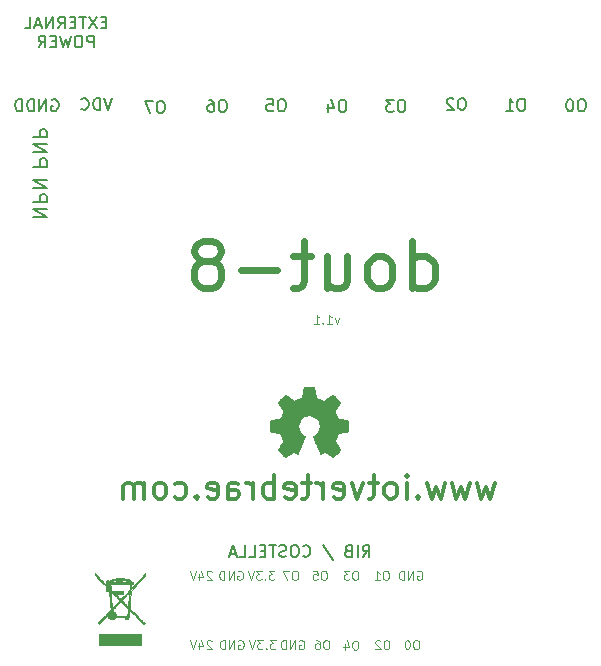
<source format=gbr>
%TF.GenerationSoftware,KiCad,Pcbnew,6.0.11+dfsg-1~bpo11+1*%
%TF.CreationDate,2023-04-06T13:57:54+02:00*%
%TF.ProjectId,dout-8_11,646f7574-2d38-45f3-9131-2e6b69636164,1.1*%
%TF.SameCoordinates,Original*%
%TF.FileFunction,Legend,Bot*%
%TF.FilePolarity,Positive*%
%FSLAX46Y46*%
G04 Gerber Fmt 4.6, Leading zero omitted, Abs format (unit mm)*
G04 Created by KiCad (PCBNEW 6.0.11+dfsg-1~bpo11+1) date 2023-04-06 13:57:54*
%MOMM*%
%LPD*%
G01*
G04 APERTURE LIST*
%ADD10C,0.100000*%
%ADD11C,0.150000*%
%ADD12C,0.200000*%
%ADD13C,0.600000*%
%ADD14C,0.300000*%
%ADD15C,0.010000*%
G04 APERTURE END LIST*
D10*
X150407142Y-118939285D02*
X149942857Y-118939285D01*
X150192857Y-119225000D01*
X150085714Y-119225000D01*
X150014285Y-119260714D01*
X149978571Y-119296428D01*
X149942857Y-119367857D01*
X149942857Y-119546428D01*
X149978571Y-119617857D01*
X150014285Y-119653571D01*
X150085714Y-119689285D01*
X150300000Y-119689285D01*
X150371428Y-119653571D01*
X150407142Y-119617857D01*
X149621428Y-119617857D02*
X149585714Y-119653571D01*
X149621428Y-119689285D01*
X149657142Y-119653571D01*
X149621428Y-119617857D01*
X149621428Y-119689285D01*
X149335714Y-118939285D02*
X148871428Y-118939285D01*
X149121428Y-119225000D01*
X149014285Y-119225000D01*
X148942857Y-119260714D01*
X148907142Y-119296428D01*
X148871428Y-119367857D01*
X148871428Y-119546428D01*
X148907142Y-119617857D01*
X148942857Y-119653571D01*
X149014285Y-119689285D01*
X149228571Y-119689285D01*
X149300000Y-119653571D01*
X149335714Y-119617857D01*
X148657142Y-118939285D02*
X148407142Y-119689285D01*
X148157142Y-118939285D01*
D11*
X166271428Y-73052380D02*
X166080952Y-73052380D01*
X165985714Y-73100000D01*
X165890476Y-73195238D01*
X165842857Y-73385714D01*
X165842857Y-73719047D01*
X165890476Y-73909523D01*
X165985714Y-74004761D01*
X166080952Y-74052380D01*
X166271428Y-74052380D01*
X166366666Y-74004761D01*
X166461904Y-73909523D01*
X166509523Y-73719047D01*
X166509523Y-73385714D01*
X166461904Y-73195238D01*
X166366666Y-73100000D01*
X166271428Y-73052380D01*
X165461904Y-73147619D02*
X165414285Y-73100000D01*
X165319047Y-73052380D01*
X165080952Y-73052380D01*
X164985714Y-73100000D01*
X164938095Y-73147619D01*
X164890476Y-73242857D01*
X164890476Y-73338095D01*
X164938095Y-73480952D01*
X165509523Y-74052380D01*
X164890476Y-74052380D01*
D10*
X152128571Y-113089285D02*
X151985714Y-113089285D01*
X151914285Y-113125000D01*
X151842857Y-113196428D01*
X151807142Y-113339285D01*
X151807142Y-113589285D01*
X151842857Y-113732142D01*
X151914285Y-113803571D01*
X151985714Y-113839285D01*
X152128571Y-113839285D01*
X152200000Y-113803571D01*
X152271428Y-113732142D01*
X152307142Y-113589285D01*
X152307142Y-113339285D01*
X152271428Y-113196428D01*
X152200000Y-113125000D01*
X152128571Y-113089285D01*
X151557142Y-113089285D02*
X151057142Y-113089285D01*
X151378571Y-113839285D01*
X150307142Y-113089285D02*
X149842857Y-113089285D01*
X150092857Y-113375000D01*
X149985714Y-113375000D01*
X149914285Y-113410714D01*
X149878571Y-113446428D01*
X149842857Y-113517857D01*
X149842857Y-113696428D01*
X149878571Y-113767857D01*
X149914285Y-113803571D01*
X149985714Y-113839285D01*
X150200000Y-113839285D01*
X150271428Y-113803571D01*
X150307142Y-113767857D01*
X149521428Y-113767857D02*
X149485714Y-113803571D01*
X149521428Y-113839285D01*
X149557142Y-113803571D01*
X149521428Y-113767857D01*
X149521428Y-113839285D01*
X149235714Y-113089285D02*
X148771428Y-113089285D01*
X149021428Y-113375000D01*
X148914285Y-113375000D01*
X148842857Y-113410714D01*
X148807142Y-113446428D01*
X148771428Y-113517857D01*
X148771428Y-113696428D01*
X148807142Y-113767857D01*
X148842857Y-113803571D01*
X148914285Y-113839285D01*
X149128571Y-113839285D01*
X149200000Y-113803571D01*
X149235714Y-113767857D01*
X148557142Y-113089285D02*
X148307142Y-113839285D01*
X148057142Y-113089285D01*
X147221428Y-113125000D02*
X147292857Y-113089285D01*
X147400000Y-113089285D01*
X147507142Y-113125000D01*
X147578571Y-113196428D01*
X147614285Y-113267857D01*
X147650000Y-113410714D01*
X147650000Y-113517857D01*
X147614285Y-113660714D01*
X147578571Y-113732142D01*
X147507142Y-113803571D01*
X147400000Y-113839285D01*
X147328571Y-113839285D01*
X147221428Y-113803571D01*
X147185714Y-113767857D01*
X147185714Y-113517857D01*
X147328571Y-113517857D01*
X146864285Y-113839285D02*
X146864285Y-113089285D01*
X146435714Y-113839285D01*
X146435714Y-113089285D01*
X146078571Y-113839285D02*
X146078571Y-113089285D01*
X145900000Y-113089285D01*
X145792857Y-113125000D01*
X145721428Y-113196428D01*
X145685714Y-113267857D01*
X145650000Y-113410714D01*
X145650000Y-113517857D01*
X145685714Y-113660714D01*
X145721428Y-113732142D01*
X145792857Y-113803571D01*
X145900000Y-113839285D01*
X146078571Y-113839285D01*
X157228571Y-113089285D02*
X157085714Y-113089285D01*
X157014285Y-113125000D01*
X156942857Y-113196428D01*
X156907142Y-113339285D01*
X156907142Y-113589285D01*
X156942857Y-113732142D01*
X157014285Y-113803571D01*
X157085714Y-113839285D01*
X157228571Y-113839285D01*
X157300000Y-113803571D01*
X157371428Y-113732142D01*
X157407142Y-113589285D01*
X157407142Y-113339285D01*
X157371428Y-113196428D01*
X157300000Y-113125000D01*
X157228571Y-113089285D01*
X156657142Y-113089285D02*
X156192857Y-113089285D01*
X156442857Y-113375000D01*
X156335714Y-113375000D01*
X156264285Y-113410714D01*
X156228571Y-113446428D01*
X156192857Y-113517857D01*
X156192857Y-113696428D01*
X156228571Y-113767857D01*
X156264285Y-113803571D01*
X156335714Y-113839285D01*
X156550000Y-113839285D01*
X156621428Y-113803571D01*
X156657142Y-113767857D01*
D12*
X129857142Y-83121428D02*
X131057142Y-83121428D01*
X129857142Y-82435714D01*
X131057142Y-82435714D01*
X129857142Y-81864285D02*
X131057142Y-81864285D01*
X131057142Y-81407142D01*
X131000000Y-81292857D01*
X130942857Y-81235714D01*
X130828571Y-81178571D01*
X130657142Y-81178571D01*
X130542857Y-81235714D01*
X130485714Y-81292857D01*
X130428571Y-81407142D01*
X130428571Y-81864285D01*
X129857142Y-80664285D02*
X131057142Y-80664285D01*
X129857142Y-79978571D01*
X131057142Y-79978571D01*
X129857142Y-78842857D02*
X131057142Y-78842857D01*
X131057142Y-78385714D01*
X131000000Y-78271428D01*
X130942857Y-78214285D01*
X130828571Y-78157142D01*
X130657142Y-78157142D01*
X130542857Y-78214285D01*
X130485714Y-78271428D01*
X130428571Y-78385714D01*
X130428571Y-78842857D01*
X129857142Y-77642857D02*
X131057142Y-77642857D01*
X129857142Y-76957142D01*
X131057142Y-76957142D01*
X129857142Y-76385714D02*
X131057142Y-76385714D01*
X131057142Y-75928571D01*
X131000000Y-75814285D01*
X130942857Y-75757142D01*
X130828571Y-75700000D01*
X130657142Y-75700000D01*
X130542857Y-75757142D01*
X130485714Y-75814285D01*
X130428571Y-75928571D01*
X130428571Y-76385714D01*
D11*
X156171428Y-73202380D02*
X155980952Y-73202380D01*
X155885714Y-73250000D01*
X155790476Y-73345238D01*
X155742857Y-73535714D01*
X155742857Y-73869047D01*
X155790476Y-74059523D01*
X155885714Y-74154761D01*
X155980952Y-74202380D01*
X156171428Y-74202380D01*
X156266666Y-74154761D01*
X156361904Y-74059523D01*
X156409523Y-73869047D01*
X156409523Y-73535714D01*
X156361904Y-73345238D01*
X156266666Y-73250000D01*
X156171428Y-73202380D01*
X154885714Y-73535714D02*
X154885714Y-74202380D01*
X155123809Y-73154761D02*
X155361904Y-73869047D01*
X154742857Y-73869047D01*
D13*
X161985714Y-89109523D02*
X161985714Y-85109523D01*
X161985714Y-88919047D02*
X162366666Y-89109523D01*
X163128571Y-89109523D01*
X163509523Y-88919047D01*
X163700000Y-88728571D01*
X163890476Y-88347619D01*
X163890476Y-87204761D01*
X163700000Y-86823809D01*
X163509523Y-86633333D01*
X163128571Y-86442857D01*
X162366666Y-86442857D01*
X161985714Y-86633333D01*
X159509523Y-89109523D02*
X159890476Y-88919047D01*
X160080952Y-88728571D01*
X160271428Y-88347619D01*
X160271428Y-87204761D01*
X160080952Y-86823809D01*
X159890476Y-86633333D01*
X159509523Y-86442857D01*
X158938095Y-86442857D01*
X158557142Y-86633333D01*
X158366666Y-86823809D01*
X158176190Y-87204761D01*
X158176190Y-88347619D01*
X158366666Y-88728571D01*
X158557142Y-88919047D01*
X158938095Y-89109523D01*
X159509523Y-89109523D01*
X154747619Y-86442857D02*
X154747619Y-89109523D01*
X156461904Y-86442857D02*
X156461904Y-88538095D01*
X156271428Y-88919047D01*
X155890476Y-89109523D01*
X155319047Y-89109523D01*
X154938095Y-88919047D01*
X154747619Y-88728571D01*
X153414285Y-86442857D02*
X151890476Y-86442857D01*
X152842857Y-85109523D02*
X152842857Y-88538095D01*
X152652380Y-88919047D01*
X152271428Y-89109523D01*
X151890476Y-89109523D01*
X150557142Y-87585714D02*
X147509523Y-87585714D01*
X145033333Y-86823809D02*
X145414285Y-86633333D01*
X145604761Y-86442857D01*
X145795238Y-86061904D01*
X145795238Y-85871428D01*
X145604761Y-85490476D01*
X145414285Y-85300000D01*
X145033333Y-85109523D01*
X144271428Y-85109523D01*
X143890476Y-85300000D01*
X143700000Y-85490476D01*
X143509523Y-85871428D01*
X143509523Y-86061904D01*
X143700000Y-86442857D01*
X143890476Y-86633333D01*
X144271428Y-86823809D01*
X145033333Y-86823809D01*
X145414285Y-87014285D01*
X145604761Y-87204761D01*
X145795238Y-87585714D01*
X145795238Y-88347619D01*
X145604761Y-88728571D01*
X145414285Y-88919047D01*
X145033333Y-89109523D01*
X144271428Y-89109523D01*
X143890476Y-88919047D01*
X143700000Y-88728571D01*
X143509523Y-88347619D01*
X143509523Y-87585714D01*
X143700000Y-87204761D01*
X143890476Y-87014285D01*
X144271428Y-86823809D01*
D10*
X157228571Y-118989285D02*
X157085714Y-118989285D01*
X157014285Y-119025000D01*
X156942857Y-119096428D01*
X156907142Y-119239285D01*
X156907142Y-119489285D01*
X156942857Y-119632142D01*
X157014285Y-119703571D01*
X157085714Y-119739285D01*
X157228571Y-119739285D01*
X157300000Y-119703571D01*
X157371428Y-119632142D01*
X157407142Y-119489285D01*
X157407142Y-119239285D01*
X157371428Y-119096428D01*
X157300000Y-119025000D01*
X157228571Y-118989285D01*
X156264285Y-119239285D02*
X156264285Y-119739285D01*
X156442857Y-118953571D02*
X156621428Y-119489285D01*
X156157142Y-119489285D01*
X154778571Y-118939285D02*
X154635714Y-118939285D01*
X154564285Y-118975000D01*
X154492857Y-119046428D01*
X154457142Y-119189285D01*
X154457142Y-119439285D01*
X154492857Y-119582142D01*
X154564285Y-119653571D01*
X154635714Y-119689285D01*
X154778571Y-119689285D01*
X154850000Y-119653571D01*
X154921428Y-119582142D01*
X154957142Y-119439285D01*
X154957142Y-119189285D01*
X154921428Y-119046428D01*
X154850000Y-118975000D01*
X154778571Y-118939285D01*
X153814285Y-118939285D02*
X153957142Y-118939285D01*
X154028571Y-118975000D01*
X154064285Y-119010714D01*
X154135714Y-119117857D01*
X154171428Y-119260714D01*
X154171428Y-119546428D01*
X154135714Y-119617857D01*
X154100000Y-119653571D01*
X154028571Y-119689285D01*
X153885714Y-119689285D01*
X153814285Y-119653571D01*
X153778571Y-119617857D01*
X153742857Y-119546428D01*
X153742857Y-119367857D01*
X153778571Y-119296428D01*
X153814285Y-119260714D01*
X153885714Y-119225000D01*
X154028571Y-119225000D01*
X154100000Y-119260714D01*
X154135714Y-119296428D01*
X154171428Y-119367857D01*
X162378571Y-118939285D02*
X162235714Y-118939285D01*
X162164285Y-118975000D01*
X162092857Y-119046428D01*
X162057142Y-119189285D01*
X162057142Y-119439285D01*
X162092857Y-119582142D01*
X162164285Y-119653571D01*
X162235714Y-119689285D01*
X162378571Y-119689285D01*
X162450000Y-119653571D01*
X162521428Y-119582142D01*
X162557142Y-119439285D01*
X162557142Y-119189285D01*
X162521428Y-119046428D01*
X162450000Y-118975000D01*
X162378571Y-118939285D01*
X161592857Y-118939285D02*
X161521428Y-118939285D01*
X161450000Y-118975000D01*
X161414285Y-119010714D01*
X161378571Y-119082142D01*
X161342857Y-119225000D01*
X161342857Y-119403571D01*
X161378571Y-119546428D01*
X161414285Y-119617857D01*
X161450000Y-119653571D01*
X161521428Y-119689285D01*
X161592857Y-119689285D01*
X161664285Y-119653571D01*
X161700000Y-119617857D01*
X161735714Y-119546428D01*
X161771428Y-119403571D01*
X161771428Y-119225000D01*
X161735714Y-119082142D01*
X161700000Y-119010714D01*
X161664285Y-118975000D01*
X161592857Y-118939285D01*
X144992857Y-119010714D02*
X144957142Y-118975000D01*
X144885714Y-118939285D01*
X144707142Y-118939285D01*
X144635714Y-118975000D01*
X144600000Y-119010714D01*
X144564285Y-119082142D01*
X144564285Y-119153571D01*
X144600000Y-119260714D01*
X145028571Y-119689285D01*
X144564285Y-119689285D01*
X143921428Y-119189285D02*
X143921428Y-119689285D01*
X144100000Y-118903571D02*
X144278571Y-119439285D01*
X143814285Y-119439285D01*
X143635714Y-118939285D02*
X143385714Y-119689285D01*
X143135714Y-118939285D01*
D11*
X131461904Y-73200000D02*
X131557142Y-73152380D01*
X131700000Y-73152380D01*
X131842857Y-73200000D01*
X131938095Y-73295238D01*
X131985714Y-73390476D01*
X132033333Y-73580952D01*
X132033333Y-73723809D01*
X131985714Y-73914285D01*
X131938095Y-74009523D01*
X131842857Y-74104761D01*
X131700000Y-74152380D01*
X131604761Y-74152380D01*
X131461904Y-74104761D01*
X131414285Y-74057142D01*
X131414285Y-73723809D01*
X131604761Y-73723809D01*
X130985714Y-74152380D02*
X130985714Y-73152380D01*
X130414285Y-74152380D01*
X130414285Y-73152380D01*
X129938095Y-74152380D02*
X129938095Y-73152380D01*
X129700000Y-73152380D01*
X129557142Y-73200000D01*
X129461904Y-73295238D01*
X129414285Y-73390476D01*
X129366666Y-73580952D01*
X129366666Y-73723809D01*
X129414285Y-73914285D01*
X129461904Y-74009523D01*
X129557142Y-74104761D01*
X129700000Y-74152380D01*
X129938095Y-74152380D01*
X128938095Y-74152380D02*
X128938095Y-73152380D01*
X128700000Y-73152380D01*
X128557142Y-73200000D01*
X128461904Y-73295238D01*
X128414285Y-73390476D01*
X128366666Y-73580952D01*
X128366666Y-73723809D01*
X128414285Y-73914285D01*
X128461904Y-74009523D01*
X128557142Y-74104761D01*
X128700000Y-74152380D01*
X128938095Y-74152380D01*
D10*
X155771428Y-91639285D02*
X155592857Y-92139285D01*
X155414285Y-91639285D01*
X154735714Y-92139285D02*
X155164285Y-92139285D01*
X154950000Y-92139285D02*
X154950000Y-91389285D01*
X155021428Y-91496428D01*
X155092857Y-91567857D01*
X155164285Y-91603571D01*
X154414285Y-92067857D02*
X154378571Y-92103571D01*
X154414285Y-92139285D01*
X154450000Y-92103571D01*
X154414285Y-92067857D01*
X154414285Y-92139285D01*
X153664285Y-92139285D02*
X154092857Y-92139285D01*
X153878571Y-92139285D02*
X153878571Y-91389285D01*
X153950000Y-91496428D01*
X154021428Y-91567857D01*
X154092857Y-91603571D01*
D11*
X151021428Y-73152380D02*
X150830952Y-73152380D01*
X150735714Y-73200000D01*
X150640476Y-73295238D01*
X150592857Y-73485714D01*
X150592857Y-73819047D01*
X150640476Y-74009523D01*
X150735714Y-74104761D01*
X150830952Y-74152380D01*
X151021428Y-74152380D01*
X151116666Y-74104761D01*
X151211904Y-74009523D01*
X151259523Y-73819047D01*
X151259523Y-73485714D01*
X151211904Y-73295238D01*
X151116666Y-73200000D01*
X151021428Y-73152380D01*
X149688095Y-73152380D02*
X150164285Y-73152380D01*
X150211904Y-73628571D01*
X150164285Y-73580952D01*
X150069047Y-73533333D01*
X149830952Y-73533333D01*
X149735714Y-73580952D01*
X149688095Y-73628571D01*
X149640476Y-73723809D01*
X149640476Y-73961904D01*
X149688095Y-74057142D01*
X149735714Y-74104761D01*
X149830952Y-74152380D01*
X150069047Y-74152380D01*
X150164285Y-74104761D01*
X150211904Y-74057142D01*
D10*
X159878571Y-118939285D02*
X159735714Y-118939285D01*
X159664285Y-118975000D01*
X159592857Y-119046428D01*
X159557142Y-119189285D01*
X159557142Y-119439285D01*
X159592857Y-119582142D01*
X159664285Y-119653571D01*
X159735714Y-119689285D01*
X159878571Y-119689285D01*
X159950000Y-119653571D01*
X160021428Y-119582142D01*
X160057142Y-119439285D01*
X160057142Y-119189285D01*
X160021428Y-119046428D01*
X159950000Y-118975000D01*
X159878571Y-118939285D01*
X159271428Y-119010714D02*
X159235714Y-118975000D01*
X159164285Y-118939285D01*
X158985714Y-118939285D01*
X158914285Y-118975000D01*
X158878571Y-119010714D01*
X158842857Y-119082142D01*
X158842857Y-119153571D01*
X158878571Y-119260714D01*
X159307142Y-119689285D01*
X158842857Y-119689285D01*
D11*
X157785714Y-111902380D02*
X158119047Y-111426190D01*
X158357142Y-111902380D02*
X158357142Y-110902380D01*
X157976190Y-110902380D01*
X157880952Y-110950000D01*
X157833333Y-110997619D01*
X157785714Y-111092857D01*
X157785714Y-111235714D01*
X157833333Y-111330952D01*
X157880952Y-111378571D01*
X157976190Y-111426190D01*
X158357142Y-111426190D01*
X157357142Y-111902380D02*
X157357142Y-110902380D01*
X156547619Y-111378571D02*
X156404761Y-111426190D01*
X156357142Y-111473809D01*
X156309523Y-111569047D01*
X156309523Y-111711904D01*
X156357142Y-111807142D01*
X156404761Y-111854761D01*
X156500000Y-111902380D01*
X156880952Y-111902380D01*
X156880952Y-110902380D01*
X156547619Y-110902380D01*
X156452380Y-110950000D01*
X156404761Y-110997619D01*
X156357142Y-111092857D01*
X156357142Y-111188095D01*
X156404761Y-111283333D01*
X156452380Y-111330952D01*
X156547619Y-111378571D01*
X156880952Y-111378571D01*
X154404761Y-110854761D02*
X155261904Y-112140476D01*
X152738095Y-111807142D02*
X152785714Y-111854761D01*
X152928571Y-111902380D01*
X153023809Y-111902380D01*
X153166666Y-111854761D01*
X153261904Y-111759523D01*
X153309523Y-111664285D01*
X153357142Y-111473809D01*
X153357142Y-111330952D01*
X153309523Y-111140476D01*
X153261904Y-111045238D01*
X153166666Y-110950000D01*
X153023809Y-110902380D01*
X152928571Y-110902380D01*
X152785714Y-110950000D01*
X152738095Y-110997619D01*
X152119047Y-110902380D02*
X151928571Y-110902380D01*
X151833333Y-110950000D01*
X151738095Y-111045238D01*
X151690476Y-111235714D01*
X151690476Y-111569047D01*
X151738095Y-111759523D01*
X151833333Y-111854761D01*
X151928571Y-111902380D01*
X152119047Y-111902380D01*
X152214285Y-111854761D01*
X152309523Y-111759523D01*
X152357142Y-111569047D01*
X152357142Y-111235714D01*
X152309523Y-111045238D01*
X152214285Y-110950000D01*
X152119047Y-110902380D01*
X151309523Y-111854761D02*
X151166666Y-111902380D01*
X150928571Y-111902380D01*
X150833333Y-111854761D01*
X150785714Y-111807142D01*
X150738095Y-111711904D01*
X150738095Y-111616666D01*
X150785714Y-111521428D01*
X150833333Y-111473809D01*
X150928571Y-111426190D01*
X151119047Y-111378571D01*
X151214285Y-111330952D01*
X151261904Y-111283333D01*
X151309523Y-111188095D01*
X151309523Y-111092857D01*
X151261904Y-110997619D01*
X151214285Y-110950000D01*
X151119047Y-110902380D01*
X150880952Y-110902380D01*
X150738095Y-110950000D01*
X150452380Y-110902380D02*
X149880952Y-110902380D01*
X150166666Y-111902380D02*
X150166666Y-110902380D01*
X149547619Y-111378571D02*
X149214285Y-111378571D01*
X149071428Y-111902380D02*
X149547619Y-111902380D01*
X149547619Y-110902380D01*
X149071428Y-110902380D01*
X148166666Y-111902380D02*
X148642857Y-111902380D01*
X148642857Y-110902380D01*
X147357142Y-111902380D02*
X147833333Y-111902380D01*
X147833333Y-110902380D01*
X147071428Y-111616666D02*
X146595238Y-111616666D01*
X147166666Y-111902380D02*
X146833333Y-110902380D01*
X146500000Y-111902380D01*
X171321428Y-73102380D02*
X171130952Y-73102380D01*
X171035714Y-73150000D01*
X170940476Y-73245238D01*
X170892857Y-73435714D01*
X170892857Y-73769047D01*
X170940476Y-73959523D01*
X171035714Y-74054761D01*
X171130952Y-74102380D01*
X171321428Y-74102380D01*
X171416666Y-74054761D01*
X171511904Y-73959523D01*
X171559523Y-73769047D01*
X171559523Y-73435714D01*
X171511904Y-73245238D01*
X171416666Y-73150000D01*
X171321428Y-73102380D01*
X169940476Y-74102380D02*
X170511904Y-74102380D01*
X170226190Y-74102380D02*
X170226190Y-73102380D01*
X170321428Y-73245238D01*
X170416666Y-73340476D01*
X170511904Y-73388095D01*
X136533333Y-73052380D02*
X136200000Y-74052380D01*
X135866666Y-73052380D01*
X135533333Y-74052380D02*
X135533333Y-73052380D01*
X135295238Y-73052380D01*
X135152380Y-73100000D01*
X135057142Y-73195238D01*
X135009523Y-73290476D01*
X134961904Y-73480952D01*
X134961904Y-73623809D01*
X135009523Y-73814285D01*
X135057142Y-73909523D01*
X135152380Y-74004761D01*
X135295238Y-74052380D01*
X135533333Y-74052380D01*
X133961904Y-73957142D02*
X134009523Y-74004761D01*
X134152380Y-74052380D01*
X134247619Y-74052380D01*
X134390476Y-74004761D01*
X134485714Y-73909523D01*
X134533333Y-73814285D01*
X134580952Y-73623809D01*
X134580952Y-73480952D01*
X134533333Y-73290476D01*
X134485714Y-73195238D01*
X134390476Y-73100000D01*
X134247619Y-73052380D01*
X134152380Y-73052380D01*
X134009523Y-73100000D01*
X133961904Y-73147619D01*
D10*
X152421428Y-118975000D02*
X152492857Y-118939285D01*
X152600000Y-118939285D01*
X152707142Y-118975000D01*
X152778571Y-119046428D01*
X152814285Y-119117857D01*
X152850000Y-119260714D01*
X152850000Y-119367857D01*
X152814285Y-119510714D01*
X152778571Y-119582142D01*
X152707142Y-119653571D01*
X152600000Y-119689285D01*
X152528571Y-119689285D01*
X152421428Y-119653571D01*
X152385714Y-119617857D01*
X152385714Y-119367857D01*
X152528571Y-119367857D01*
X152064285Y-119689285D02*
X152064285Y-118939285D01*
X151635714Y-119689285D01*
X151635714Y-118939285D01*
X151278571Y-119689285D02*
X151278571Y-118939285D01*
X151100000Y-118939285D01*
X150992857Y-118975000D01*
X150921428Y-119046428D01*
X150885714Y-119117857D01*
X150850000Y-119260714D01*
X150850000Y-119367857D01*
X150885714Y-119510714D01*
X150921428Y-119582142D01*
X150992857Y-119653571D01*
X151100000Y-119689285D01*
X151278571Y-119689285D01*
D11*
X140771428Y-73302380D02*
X140580952Y-73302380D01*
X140485714Y-73350000D01*
X140390476Y-73445238D01*
X140342857Y-73635714D01*
X140342857Y-73969047D01*
X140390476Y-74159523D01*
X140485714Y-74254761D01*
X140580952Y-74302380D01*
X140771428Y-74302380D01*
X140866666Y-74254761D01*
X140961904Y-74159523D01*
X141009523Y-73969047D01*
X141009523Y-73635714D01*
X140961904Y-73445238D01*
X140866666Y-73350000D01*
X140771428Y-73302380D01*
X140009523Y-73302380D02*
X139342857Y-73302380D01*
X139771428Y-74302380D01*
X176421428Y-73152380D02*
X176230952Y-73152380D01*
X176135714Y-73200000D01*
X176040476Y-73295238D01*
X175992857Y-73485714D01*
X175992857Y-73819047D01*
X176040476Y-74009523D01*
X176135714Y-74104761D01*
X176230952Y-74152380D01*
X176421428Y-74152380D01*
X176516666Y-74104761D01*
X176611904Y-74009523D01*
X176659523Y-73819047D01*
X176659523Y-73485714D01*
X176611904Y-73295238D01*
X176516666Y-73200000D01*
X176421428Y-73152380D01*
X175373809Y-73152380D02*
X175278571Y-73152380D01*
X175183333Y-73200000D01*
X175135714Y-73247619D01*
X175088095Y-73342857D01*
X175040476Y-73533333D01*
X175040476Y-73771428D01*
X175088095Y-73961904D01*
X175135714Y-74057142D01*
X175183333Y-74104761D01*
X175278571Y-74152380D01*
X175373809Y-74152380D01*
X175469047Y-74104761D01*
X175516666Y-74057142D01*
X175564285Y-73961904D01*
X175611904Y-73771428D01*
X175611904Y-73533333D01*
X175564285Y-73342857D01*
X175516666Y-73247619D01*
X175469047Y-73200000D01*
X175373809Y-73152380D01*
X136080952Y-66623571D02*
X135747619Y-66623571D01*
X135604761Y-67147380D02*
X136080952Y-67147380D01*
X136080952Y-66147380D01*
X135604761Y-66147380D01*
X135271428Y-66147380D02*
X134604761Y-67147380D01*
X134604761Y-66147380D02*
X135271428Y-67147380D01*
X134366666Y-66147380D02*
X133795238Y-66147380D01*
X134080952Y-67147380D02*
X134080952Y-66147380D01*
X133461904Y-66623571D02*
X133128571Y-66623571D01*
X132985714Y-67147380D02*
X133461904Y-67147380D01*
X133461904Y-66147380D01*
X132985714Y-66147380D01*
X131985714Y-67147380D02*
X132319047Y-66671190D01*
X132557142Y-67147380D02*
X132557142Y-66147380D01*
X132176190Y-66147380D01*
X132080952Y-66195000D01*
X132033333Y-66242619D01*
X131985714Y-66337857D01*
X131985714Y-66480714D01*
X132033333Y-66575952D01*
X132080952Y-66623571D01*
X132176190Y-66671190D01*
X132557142Y-66671190D01*
X131557142Y-67147380D02*
X131557142Y-66147380D01*
X130985714Y-67147380D01*
X130985714Y-66147380D01*
X130557142Y-66861666D02*
X130080952Y-66861666D01*
X130652380Y-67147380D02*
X130319047Y-66147380D01*
X129985714Y-67147380D01*
X129176190Y-67147380D02*
X129652380Y-67147380D01*
X129652380Y-66147380D01*
X135009523Y-68757380D02*
X135009523Y-67757380D01*
X134628571Y-67757380D01*
X134533333Y-67805000D01*
X134485714Y-67852619D01*
X134438095Y-67947857D01*
X134438095Y-68090714D01*
X134485714Y-68185952D01*
X134533333Y-68233571D01*
X134628571Y-68281190D01*
X135009523Y-68281190D01*
X133819047Y-67757380D02*
X133628571Y-67757380D01*
X133533333Y-67805000D01*
X133438095Y-67900238D01*
X133390476Y-68090714D01*
X133390476Y-68424047D01*
X133438095Y-68614523D01*
X133533333Y-68709761D01*
X133628571Y-68757380D01*
X133819047Y-68757380D01*
X133914285Y-68709761D01*
X134009523Y-68614523D01*
X134057142Y-68424047D01*
X134057142Y-68090714D01*
X134009523Y-67900238D01*
X133914285Y-67805000D01*
X133819047Y-67757380D01*
X133057142Y-67757380D02*
X132819047Y-68757380D01*
X132628571Y-68043095D01*
X132438095Y-68757380D01*
X132200000Y-67757380D01*
X131819047Y-68233571D02*
X131485714Y-68233571D01*
X131342857Y-68757380D02*
X131819047Y-68757380D01*
X131819047Y-67757380D01*
X131342857Y-67757380D01*
X130342857Y-68757380D02*
X130676190Y-68281190D01*
X130914285Y-68757380D02*
X130914285Y-67757380D01*
X130533333Y-67757380D01*
X130438095Y-67805000D01*
X130390476Y-67852619D01*
X130342857Y-67947857D01*
X130342857Y-68090714D01*
X130390476Y-68185952D01*
X130438095Y-68233571D01*
X130533333Y-68281190D01*
X130914285Y-68281190D01*
D14*
X168959523Y-105621428D02*
X168578571Y-106954761D01*
X168197619Y-106002380D01*
X167816666Y-106954761D01*
X167435714Y-105621428D01*
X166864285Y-105621428D02*
X166483333Y-106954761D01*
X166102380Y-106002380D01*
X165721428Y-106954761D01*
X165340476Y-105621428D01*
X164769047Y-105621428D02*
X164388095Y-106954761D01*
X164007142Y-106002380D01*
X163626190Y-106954761D01*
X163245238Y-105621428D01*
X162483333Y-106764285D02*
X162388095Y-106859523D01*
X162483333Y-106954761D01*
X162578571Y-106859523D01*
X162483333Y-106764285D01*
X162483333Y-106954761D01*
X161530952Y-106954761D02*
X161530952Y-105621428D01*
X161530952Y-104954761D02*
X161626190Y-105050000D01*
X161530952Y-105145238D01*
X161435714Y-105050000D01*
X161530952Y-104954761D01*
X161530952Y-105145238D01*
X160292857Y-106954761D02*
X160483333Y-106859523D01*
X160578571Y-106764285D01*
X160673809Y-106573809D01*
X160673809Y-106002380D01*
X160578571Y-105811904D01*
X160483333Y-105716666D01*
X160292857Y-105621428D01*
X160007142Y-105621428D01*
X159816666Y-105716666D01*
X159721428Y-105811904D01*
X159626190Y-106002380D01*
X159626190Y-106573809D01*
X159721428Y-106764285D01*
X159816666Y-106859523D01*
X160007142Y-106954761D01*
X160292857Y-106954761D01*
X159054761Y-105621428D02*
X158292857Y-105621428D01*
X158769047Y-104954761D02*
X158769047Y-106669047D01*
X158673809Y-106859523D01*
X158483333Y-106954761D01*
X158292857Y-106954761D01*
X157816666Y-105621428D02*
X157340476Y-106954761D01*
X156864285Y-105621428D01*
X155340476Y-106859523D02*
X155530952Y-106954761D01*
X155911904Y-106954761D01*
X156102380Y-106859523D01*
X156197619Y-106669047D01*
X156197619Y-105907142D01*
X156102380Y-105716666D01*
X155911904Y-105621428D01*
X155530952Y-105621428D01*
X155340476Y-105716666D01*
X155245238Y-105907142D01*
X155245238Y-106097619D01*
X156197619Y-106288095D01*
X154388095Y-106954761D02*
X154388095Y-105621428D01*
X154388095Y-106002380D02*
X154292857Y-105811904D01*
X154197619Y-105716666D01*
X154007142Y-105621428D01*
X153816666Y-105621428D01*
X153435714Y-105621428D02*
X152673809Y-105621428D01*
X153150000Y-104954761D02*
X153150000Y-106669047D01*
X153054761Y-106859523D01*
X152864285Y-106954761D01*
X152673809Y-106954761D01*
X151245238Y-106859523D02*
X151435714Y-106954761D01*
X151816666Y-106954761D01*
X152007142Y-106859523D01*
X152102380Y-106669047D01*
X152102380Y-105907142D01*
X152007142Y-105716666D01*
X151816666Y-105621428D01*
X151435714Y-105621428D01*
X151245238Y-105716666D01*
X151150000Y-105907142D01*
X151150000Y-106097619D01*
X152102380Y-106288095D01*
X150292857Y-106954761D02*
X150292857Y-104954761D01*
X150292857Y-105716666D02*
X150102380Y-105621428D01*
X149721428Y-105621428D01*
X149530952Y-105716666D01*
X149435714Y-105811904D01*
X149340476Y-106002380D01*
X149340476Y-106573809D01*
X149435714Y-106764285D01*
X149530952Y-106859523D01*
X149721428Y-106954761D01*
X150102380Y-106954761D01*
X150292857Y-106859523D01*
X148483333Y-106954761D02*
X148483333Y-105621428D01*
X148483333Y-106002380D02*
X148388095Y-105811904D01*
X148292857Y-105716666D01*
X148102380Y-105621428D01*
X147911904Y-105621428D01*
X146388095Y-106954761D02*
X146388095Y-105907142D01*
X146483333Y-105716666D01*
X146673809Y-105621428D01*
X147054761Y-105621428D01*
X147245238Y-105716666D01*
X146388095Y-106859523D02*
X146578571Y-106954761D01*
X147054761Y-106954761D01*
X147245238Y-106859523D01*
X147340476Y-106669047D01*
X147340476Y-106478571D01*
X147245238Y-106288095D01*
X147054761Y-106192857D01*
X146578571Y-106192857D01*
X146388095Y-106097619D01*
X144673809Y-106859523D02*
X144864285Y-106954761D01*
X145245238Y-106954761D01*
X145435714Y-106859523D01*
X145530952Y-106669047D01*
X145530952Y-105907142D01*
X145435714Y-105716666D01*
X145245238Y-105621428D01*
X144864285Y-105621428D01*
X144673809Y-105716666D01*
X144578571Y-105907142D01*
X144578571Y-106097619D01*
X145530952Y-106288095D01*
X143721428Y-106764285D02*
X143626190Y-106859523D01*
X143721428Y-106954761D01*
X143816666Y-106859523D01*
X143721428Y-106764285D01*
X143721428Y-106954761D01*
X141911904Y-106859523D02*
X142102380Y-106954761D01*
X142483333Y-106954761D01*
X142673809Y-106859523D01*
X142769047Y-106764285D01*
X142864285Y-106573809D01*
X142864285Y-106002380D01*
X142769047Y-105811904D01*
X142673809Y-105716666D01*
X142483333Y-105621428D01*
X142102380Y-105621428D01*
X141911904Y-105716666D01*
X140769047Y-106954761D02*
X140959523Y-106859523D01*
X141054761Y-106764285D01*
X141150000Y-106573809D01*
X141150000Y-106002380D01*
X141054761Y-105811904D01*
X140959523Y-105716666D01*
X140769047Y-105621428D01*
X140483333Y-105621428D01*
X140292857Y-105716666D01*
X140197619Y-105811904D01*
X140102380Y-106002380D01*
X140102380Y-106573809D01*
X140197619Y-106764285D01*
X140292857Y-106859523D01*
X140483333Y-106954761D01*
X140769047Y-106954761D01*
X139245238Y-106954761D02*
X139245238Y-105621428D01*
X139245238Y-105811904D02*
X139150000Y-105716666D01*
X138959523Y-105621428D01*
X138673809Y-105621428D01*
X138483333Y-105716666D01*
X138388095Y-105907142D01*
X138388095Y-106954761D01*
X138388095Y-105907142D02*
X138292857Y-105716666D01*
X138102380Y-105621428D01*
X137816666Y-105621428D01*
X137626190Y-105716666D01*
X137530952Y-105907142D01*
X137530952Y-106954761D01*
D10*
X162421428Y-113125000D02*
X162492857Y-113089285D01*
X162600000Y-113089285D01*
X162707142Y-113125000D01*
X162778571Y-113196428D01*
X162814285Y-113267857D01*
X162850000Y-113410714D01*
X162850000Y-113517857D01*
X162814285Y-113660714D01*
X162778571Y-113732142D01*
X162707142Y-113803571D01*
X162600000Y-113839285D01*
X162528571Y-113839285D01*
X162421428Y-113803571D01*
X162385714Y-113767857D01*
X162385714Y-113517857D01*
X162528571Y-113517857D01*
X162064285Y-113839285D02*
X162064285Y-113089285D01*
X161635714Y-113839285D01*
X161635714Y-113089285D01*
X161278571Y-113839285D02*
X161278571Y-113089285D01*
X161100000Y-113089285D01*
X160992857Y-113125000D01*
X160921428Y-113196428D01*
X160885714Y-113267857D01*
X160850000Y-113410714D01*
X160850000Y-113517857D01*
X160885714Y-113660714D01*
X160921428Y-113732142D01*
X160992857Y-113803571D01*
X161100000Y-113839285D01*
X161278571Y-113839285D01*
X154578571Y-113089285D02*
X154435714Y-113089285D01*
X154364285Y-113125000D01*
X154292857Y-113196428D01*
X154257142Y-113339285D01*
X154257142Y-113589285D01*
X154292857Y-113732142D01*
X154364285Y-113803571D01*
X154435714Y-113839285D01*
X154578571Y-113839285D01*
X154650000Y-113803571D01*
X154721428Y-113732142D01*
X154757142Y-113589285D01*
X154757142Y-113339285D01*
X154721428Y-113196428D01*
X154650000Y-113125000D01*
X154578571Y-113089285D01*
X153578571Y-113089285D02*
X153935714Y-113089285D01*
X153971428Y-113446428D01*
X153935714Y-113410714D01*
X153864285Y-113375000D01*
X153685714Y-113375000D01*
X153614285Y-113410714D01*
X153578571Y-113446428D01*
X153542857Y-113517857D01*
X153542857Y-113696428D01*
X153578571Y-113767857D01*
X153614285Y-113803571D01*
X153685714Y-113839285D01*
X153864285Y-113839285D01*
X153935714Y-113803571D01*
X153971428Y-113767857D01*
X159828571Y-113089285D02*
X159685714Y-113089285D01*
X159614285Y-113125000D01*
X159542857Y-113196428D01*
X159507142Y-113339285D01*
X159507142Y-113589285D01*
X159542857Y-113732142D01*
X159614285Y-113803571D01*
X159685714Y-113839285D01*
X159828571Y-113839285D01*
X159900000Y-113803571D01*
X159971428Y-113732142D01*
X160007142Y-113589285D01*
X160007142Y-113339285D01*
X159971428Y-113196428D01*
X159900000Y-113125000D01*
X159828571Y-113089285D01*
X158792857Y-113839285D02*
X159221428Y-113839285D01*
X159007142Y-113839285D02*
X159007142Y-113089285D01*
X159078571Y-113196428D01*
X159150000Y-113267857D01*
X159221428Y-113303571D01*
D11*
X161171428Y-73202380D02*
X160980952Y-73202380D01*
X160885714Y-73250000D01*
X160790476Y-73345238D01*
X160742857Y-73535714D01*
X160742857Y-73869047D01*
X160790476Y-74059523D01*
X160885714Y-74154761D01*
X160980952Y-74202380D01*
X161171428Y-74202380D01*
X161266666Y-74154761D01*
X161361904Y-74059523D01*
X161409523Y-73869047D01*
X161409523Y-73535714D01*
X161361904Y-73345238D01*
X161266666Y-73250000D01*
X161171428Y-73202380D01*
X160409523Y-73202380D02*
X159790476Y-73202380D01*
X160123809Y-73583333D01*
X159980952Y-73583333D01*
X159885714Y-73630952D01*
X159838095Y-73678571D01*
X159790476Y-73773809D01*
X159790476Y-74011904D01*
X159838095Y-74107142D01*
X159885714Y-74154761D01*
X159980952Y-74202380D01*
X160266666Y-74202380D01*
X160361904Y-74154761D01*
X160409523Y-74107142D01*
D10*
X147271428Y-118975000D02*
X147342857Y-118939285D01*
X147450000Y-118939285D01*
X147557142Y-118975000D01*
X147628571Y-119046428D01*
X147664285Y-119117857D01*
X147700000Y-119260714D01*
X147700000Y-119367857D01*
X147664285Y-119510714D01*
X147628571Y-119582142D01*
X147557142Y-119653571D01*
X147450000Y-119689285D01*
X147378571Y-119689285D01*
X147271428Y-119653571D01*
X147235714Y-119617857D01*
X147235714Y-119367857D01*
X147378571Y-119367857D01*
X146914285Y-119689285D02*
X146914285Y-118939285D01*
X146485714Y-119689285D01*
X146485714Y-118939285D01*
X146128571Y-119689285D02*
X146128571Y-118939285D01*
X145950000Y-118939285D01*
X145842857Y-118975000D01*
X145771428Y-119046428D01*
X145735714Y-119117857D01*
X145700000Y-119260714D01*
X145700000Y-119367857D01*
X145735714Y-119510714D01*
X145771428Y-119582142D01*
X145842857Y-119653571D01*
X145950000Y-119689285D01*
X146128571Y-119689285D01*
D11*
X146021428Y-73202380D02*
X145830952Y-73202380D01*
X145735714Y-73250000D01*
X145640476Y-73345238D01*
X145592857Y-73535714D01*
X145592857Y-73869047D01*
X145640476Y-74059523D01*
X145735714Y-74154761D01*
X145830952Y-74202380D01*
X146021428Y-74202380D01*
X146116666Y-74154761D01*
X146211904Y-74059523D01*
X146259523Y-73869047D01*
X146259523Y-73535714D01*
X146211904Y-73345238D01*
X146116666Y-73250000D01*
X146021428Y-73202380D01*
X144735714Y-73202380D02*
X144926190Y-73202380D01*
X145021428Y-73250000D01*
X145069047Y-73297619D01*
X145164285Y-73440476D01*
X145211904Y-73630952D01*
X145211904Y-74011904D01*
X145164285Y-74107142D01*
X145116666Y-74154761D01*
X145021428Y-74202380D01*
X144830952Y-74202380D01*
X144735714Y-74154761D01*
X144688095Y-74107142D01*
X144640476Y-74011904D01*
X144640476Y-73773809D01*
X144688095Y-73678571D01*
X144735714Y-73630952D01*
X144830952Y-73583333D01*
X145021428Y-73583333D01*
X145116666Y-73630952D01*
X145164285Y-73678571D01*
X145211904Y-73773809D01*
D10*
X144992857Y-113160714D02*
X144957142Y-113125000D01*
X144885714Y-113089285D01*
X144707142Y-113089285D01*
X144635714Y-113125000D01*
X144600000Y-113160714D01*
X144564285Y-113232142D01*
X144564285Y-113303571D01*
X144600000Y-113410714D01*
X145028571Y-113839285D01*
X144564285Y-113839285D01*
X143921428Y-113339285D02*
X143921428Y-113839285D01*
X144100000Y-113053571D02*
X144278571Y-113589285D01*
X143814285Y-113589285D01*
X143635714Y-113089285D02*
X143385714Y-113839285D01*
X143135714Y-113089285D01*
%TO.C,REF\u002A\u002A*%
G36*
X138261662Y-114060696D02*
G01*
X138301314Y-114061782D01*
X138369109Y-114061782D01*
X138369109Y-114174951D01*
X138209577Y-114174951D01*
X138194682Y-114352732D01*
X138192682Y-114377037D01*
X138188023Y-114437880D01*
X138184731Y-114487389D01*
X138183092Y-114520992D01*
X138183390Y-114534116D01*
X138187724Y-114530343D01*
X138207496Y-114510676D01*
X138241679Y-114475818D01*
X138288541Y-114427576D01*
X138346354Y-114367757D01*
X138413387Y-114298167D01*
X138487912Y-114220615D01*
X138568197Y-114136907D01*
X138652513Y-114048849D01*
X138739130Y-113958250D01*
X138826319Y-113866915D01*
X138912349Y-113776653D01*
X138995492Y-113689269D01*
X139074016Y-113606572D01*
X139146192Y-113530368D01*
X139210291Y-113462463D01*
X139264583Y-113404666D01*
X139361592Y-113301040D01*
X139362034Y-113389315D01*
X139362475Y-113477589D01*
X138761938Y-114109158D01*
X138161401Y-114740726D01*
X138149396Y-114884674D01*
X138101365Y-115460635D01*
X138092876Y-115562791D01*
X138082343Y-115690612D01*
X138072621Y-115809767D01*
X138063898Y-115917914D01*
X138056358Y-116012713D01*
X138050187Y-116091819D01*
X138045573Y-116152892D01*
X138042700Y-116193590D01*
X138041754Y-116211570D01*
X138044251Y-116219808D01*
X138055471Y-116237599D01*
X138076751Y-116264411D01*
X138087021Y-116276129D01*
X138109225Y-116301466D01*
X138154023Y-116349986D01*
X138212281Y-116411192D01*
X138285129Y-116486307D01*
X138373703Y-116576550D01*
X138479134Y-116683145D01*
X138548492Y-116753093D01*
X138645179Y-116850658D01*
X138741526Y-116947941D01*
X138834638Y-117042014D01*
X138921618Y-117129950D01*
X138999569Y-117208820D01*
X139065596Y-117275699D01*
X139116802Y-117327658D01*
X139317514Y-117531620D01*
X139281058Y-117569671D01*
X139272460Y-117578245D01*
X139247095Y-117599297D01*
X139229695Y-117607723D01*
X139216071Y-117600530D01*
X139190743Y-117578944D01*
X139160379Y-117547995D01*
X139141896Y-117528448D01*
X139107427Y-117492752D01*
X139058712Y-117442684D01*
X138997469Y-117380001D01*
X138925420Y-117306457D01*
X138844285Y-117223810D01*
X138755784Y-117133815D01*
X138661637Y-117038228D01*
X138563565Y-116938805D01*
X138021161Y-116389343D01*
X137999066Y-116674746D01*
X137994250Y-116735662D01*
X137987216Y-116817548D01*
X137980872Y-116879569D01*
X137974748Y-116924987D01*
X137968373Y-116957062D01*
X137961277Y-116979052D01*
X137952991Y-116994219D01*
X137941393Y-117015416D01*
X137931850Y-117054386D01*
X137929010Y-117110531D01*
X137929010Y-117192773D01*
X137702674Y-117192773D01*
X137702674Y-117016733D01*
X136857082Y-117016733D01*
X136808203Y-117072262D01*
X136794836Y-117086722D01*
X136722388Y-117144813D01*
X136640532Y-117180576D01*
X136551900Y-117192773D01*
X136473692Y-117186306D01*
X136385233Y-117159047D01*
X136309507Y-117110328D01*
X136294748Y-117096403D01*
X136257864Y-117051328D01*
X136225503Y-116998819D01*
X136202297Y-116947061D01*
X136192879Y-116904239D01*
X136192697Y-116898023D01*
X136191342Y-116875246D01*
X136187800Y-116859513D01*
X136180390Y-116852068D01*
X136167431Y-116854156D01*
X136147243Y-116867020D01*
X136118145Y-116891905D01*
X136078456Y-116930053D01*
X136026496Y-116982710D01*
X135960584Y-117051119D01*
X135879040Y-117136524D01*
X135835604Y-117182112D01*
X135763000Y-117258441D01*
X135694309Y-117330808D01*
X135632223Y-117396366D01*
X135579434Y-117452274D01*
X135538634Y-117495686D01*
X135512515Y-117523758D01*
X135441119Y-117601436D01*
X135352863Y-117513416D01*
X135898690Y-116941287D01*
X135933105Y-116905188D01*
X136055546Y-116776272D01*
X136160651Y-116664754D01*
X136248736Y-116570288D01*
X136320116Y-116492529D01*
X136370588Y-116436174D01*
X136577247Y-116436174D01*
X136578872Y-116449434D01*
X136579156Y-116450819D01*
X136592698Y-116482228D01*
X136619748Y-116496863D01*
X136703129Y-116528063D01*
X136777418Y-116580038D01*
X136835846Y-116648791D01*
X136875890Y-116731315D01*
X136895026Y-116824606D01*
X136901364Y-116903565D01*
X137850838Y-116903565D01*
X137857458Y-116875273D01*
X137858629Y-116868329D01*
X137862268Y-116837281D01*
X137867234Y-116787081D01*
X137873157Y-116721727D01*
X137879669Y-116645219D01*
X137886401Y-116561555D01*
X137908724Y-116276129D01*
X137607826Y-115970565D01*
X137552636Y-115914704D01*
X137485109Y-115846888D01*
X137424529Y-115786643D01*
X137373021Y-115736052D01*
X137332710Y-115697200D01*
X137305722Y-115672170D01*
X137294182Y-115663046D01*
X137286444Y-115667405D01*
X137263395Y-115687241D01*
X137228709Y-115720375D01*
X137185487Y-115763820D01*
X137136832Y-115814587D01*
X137124140Y-115828051D01*
X137067229Y-115888275D01*
X136999414Y-115959864D01*
X136925800Y-116037437D01*
X136851493Y-116115611D01*
X136781599Y-116189005D01*
X136777401Y-116193409D01*
X136712420Y-116261785D01*
X136662836Y-116314732D01*
X136626688Y-116354767D01*
X136602016Y-116384411D01*
X136586858Y-116406181D01*
X136579256Y-116422595D01*
X136577247Y-116436174D01*
X136370588Y-116436174D01*
X136375105Y-116431131D01*
X136414019Y-116385748D01*
X136437173Y-116356035D01*
X136444882Y-116341644D01*
X136444883Y-116341559D01*
X136443825Y-116323624D01*
X136440737Y-116283421D01*
X136435858Y-116223687D01*
X136429432Y-116147158D01*
X136421700Y-116056569D01*
X136412905Y-115954657D01*
X136403287Y-115844159D01*
X136393091Y-115727811D01*
X136382556Y-115608348D01*
X136371926Y-115488507D01*
X136361442Y-115371025D01*
X136351346Y-115258637D01*
X136341881Y-115154081D01*
X136333288Y-115060091D01*
X136325809Y-114979405D01*
X136319687Y-114914759D01*
X136315162Y-114868888D01*
X136312478Y-114844530D01*
X136307067Y-114803732D01*
X136436253Y-114803732D01*
X136437908Y-114834653D01*
X136441549Y-114886653D01*
X136446995Y-114957487D01*
X136454063Y-115044911D01*
X136462570Y-115146681D01*
X136472335Y-115260552D01*
X136483174Y-115384279D01*
X136494907Y-115515618D01*
X136504079Y-115616908D01*
X136515566Y-115742526D01*
X136526322Y-115858762D01*
X136536131Y-115963380D01*
X136544781Y-116054140D01*
X136552057Y-116128804D01*
X136557746Y-116185134D01*
X136561634Y-116220891D01*
X136563506Y-116233837D01*
X136569188Y-116229826D01*
X136590020Y-116210138D01*
X136623872Y-116176322D01*
X136668412Y-116130837D01*
X136721310Y-116076146D01*
X136780236Y-116014710D01*
X136842858Y-115948990D01*
X136906848Y-115881449D01*
X136969874Y-115814547D01*
X137029606Y-115750746D01*
X137083713Y-115692507D01*
X137129865Y-115642292D01*
X137165733Y-115602563D01*
X137188984Y-115575780D01*
X137195778Y-115566477D01*
X137377601Y-115566477D01*
X137653305Y-115841968D01*
X137720726Y-115909224D01*
X137784267Y-115972162D01*
X137833490Y-116020100D01*
X137870196Y-116054594D01*
X137896190Y-116077199D01*
X137913276Y-116089471D01*
X137923256Y-116092966D01*
X137927935Y-116089238D01*
X137929116Y-116079844D01*
X137929873Y-116064749D01*
X137932601Y-116025883D01*
X137937108Y-115966895D01*
X137943179Y-115890473D01*
X137950596Y-115799305D01*
X137959142Y-115696080D01*
X137968602Y-115583483D01*
X137978758Y-115464205D01*
X137987723Y-115359077D01*
X137997066Y-115248351D01*
X138005443Y-115147814D01*
X138012653Y-115059943D01*
X138018496Y-114987215D01*
X138022769Y-114932110D01*
X138025273Y-114897104D01*
X138025805Y-114884674D01*
X138025384Y-114884908D01*
X138013509Y-114896350D01*
X137987130Y-114923198D01*
X137948570Y-114963018D01*
X137900153Y-115013372D01*
X137844203Y-115071828D01*
X137783042Y-115135948D01*
X137718995Y-115203298D01*
X137654385Y-115271443D01*
X137591535Y-115337948D01*
X137532768Y-115400377D01*
X137480409Y-115456295D01*
X137379533Y-115564406D01*
X137377601Y-115566477D01*
X137195778Y-115566477D01*
X137197290Y-115564406D01*
X137189148Y-115553383D01*
X137165478Y-115526999D01*
X137128478Y-115487527D01*
X137080350Y-115437191D01*
X137023296Y-115378217D01*
X136959520Y-115312830D01*
X136891222Y-115243255D01*
X136820605Y-115171716D01*
X136749871Y-115100438D01*
X136681222Y-115031647D01*
X136616861Y-114967566D01*
X136558989Y-114910422D01*
X136509810Y-114862439D01*
X136471524Y-114825841D01*
X136446334Y-114802854D01*
X136436442Y-114795703D01*
X136436253Y-114803732D01*
X136307067Y-114803732D01*
X136305390Y-114791089D01*
X136030297Y-114791089D01*
X136030140Y-114690495D01*
X136130891Y-114690495D01*
X136212624Y-114690495D01*
X136219895Y-114690489D01*
X136260950Y-114689613D01*
X136283277Y-114685867D01*
X136292529Y-114677270D01*
X136294357Y-114661840D01*
X136286306Y-114639159D01*
X136258730Y-114601428D01*
X136212624Y-114552179D01*
X136130891Y-114471172D01*
X136130891Y-114690495D01*
X136030140Y-114690495D01*
X136029968Y-114580471D01*
X136029639Y-114369852D01*
X135577914Y-113910891D01*
X135126189Y-113451931D01*
X135125570Y-113364848D01*
X135124951Y-113277767D01*
X135666769Y-113826952D01*
X135719137Y-113879998D01*
X135827803Y-113989772D01*
X135920709Y-114083114D01*
X135999055Y-114161173D01*
X136064043Y-114225097D01*
X136116872Y-114276035D01*
X136158743Y-114315135D01*
X136190855Y-114343548D01*
X136214410Y-114362420D01*
X136230608Y-114372901D01*
X136240649Y-114376139D01*
X136257579Y-114375158D01*
X136267084Y-114367996D01*
X136268723Y-114348401D01*
X136264782Y-114310124D01*
X136262065Y-114286025D01*
X136258284Y-114245744D01*
X136256760Y-114218961D01*
X136256015Y-114209728D01*
X136248746Y-114199839D01*
X136228668Y-114196562D01*
X136189689Y-114197992D01*
X136179737Y-114198553D01*
X136139898Y-114197921D01*
X136111560Y-114189167D01*
X136091586Y-114174951D01*
X136374852Y-114174951D01*
X136379013Y-114222104D01*
X136380935Y-114243498D01*
X136386924Y-114301909D01*
X136392826Y-114340381D01*
X136399727Y-114362912D01*
X136408712Y-114373498D01*
X136420870Y-114376139D01*
X136431801Y-114377937D01*
X136439050Y-114386530D01*
X136443100Y-114406505D01*
X136444863Y-114442450D01*
X136445248Y-114498952D01*
X136445248Y-114621766D01*
X136485447Y-114661840D01*
X136583565Y-114759654D01*
X136721881Y-114897542D01*
X136721881Y-114791089D01*
X137476337Y-114791089D01*
X137476337Y-115030000D01*
X136857831Y-115030000D01*
X137067592Y-115246906D01*
X137107770Y-115288334D01*
X137163328Y-115345200D01*
X137211570Y-115394082D01*
X137249971Y-115432441D01*
X137276003Y-115457741D01*
X137287140Y-115467442D01*
X137291373Y-115464767D01*
X137311224Y-115446782D01*
X137345451Y-115413481D01*
X137392227Y-115366712D01*
X137449724Y-115308325D01*
X137516112Y-115240169D01*
X137589564Y-115164094D01*
X137668251Y-115081950D01*
X137747341Y-114998943D01*
X137824871Y-114917136D01*
X137887746Y-114850083D01*
X137937502Y-114796007D01*
X137975678Y-114753129D01*
X138003811Y-114719673D01*
X138023440Y-114693861D01*
X138036101Y-114673914D01*
X138043334Y-114658056D01*
X138046675Y-114644509D01*
X138047561Y-114637910D01*
X138051488Y-114601548D01*
X138056459Y-114548018D01*
X138061927Y-114483421D01*
X138067344Y-114413862D01*
X138069181Y-114389635D01*
X138074488Y-114324178D01*
X138079548Y-114267717D01*
X138083863Y-114225618D01*
X138086934Y-114203243D01*
X138092955Y-114174951D01*
X136374852Y-114174951D01*
X136091586Y-114174951D01*
X136083630Y-114169289D01*
X136078820Y-114165104D01*
X136039482Y-114114427D01*
X136023903Y-114061782D01*
X136364698Y-114061782D01*
X137779221Y-114061782D01*
X137991881Y-114061782D01*
X138048908Y-114061782D01*
X138065993Y-114061662D01*
X138091308Y-114059462D01*
X138098616Y-114052334D01*
X138092943Y-114037508D01*
X138091267Y-114034682D01*
X138072448Y-114012944D01*
X138045183Y-113988820D01*
X138017987Y-113969254D01*
X137999371Y-113961188D01*
X137997697Y-113962463D01*
X137993544Y-113979976D01*
X137991881Y-114011485D01*
X137991881Y-114061782D01*
X137779221Y-114061782D01*
X137775526Y-113971095D01*
X137771832Y-113880407D01*
X137696386Y-113865252D01*
X137658551Y-113858379D01*
X137595368Y-113848756D01*
X137536065Y-113841496D01*
X137451188Y-113832893D01*
X137451188Y-113936040D01*
X136872773Y-113936040D01*
X136872773Y-113845122D01*
X136800471Y-113853753D01*
X136689998Y-113872249D01*
X136578816Y-113905691D01*
X136486850Y-113952324D01*
X136412542Y-114012786D01*
X136364698Y-114061782D01*
X136023903Y-114061782D01*
X136022172Y-114055934D01*
X136027474Y-113994575D01*
X136055975Y-113935297D01*
X136058733Y-113931606D01*
X136096822Y-113899851D01*
X136146476Y-113881067D01*
X136200002Y-113876071D01*
X136249707Y-113885678D01*
X136287900Y-113910704D01*
X136300831Y-113923480D01*
X136313428Y-113926576D01*
X136331467Y-113916998D01*
X136361928Y-113893082D01*
X136371274Y-113885731D01*
X136443430Y-113839339D01*
X136528915Y-113798084D01*
X136598830Y-113772575D01*
X136973367Y-113772575D01*
X136973367Y-113835446D01*
X137350594Y-113835446D01*
X137350594Y-113772575D01*
X136973367Y-113772575D01*
X136598830Y-113772575D01*
X136619767Y-113764936D01*
X136708027Y-113742868D01*
X136785736Y-113734852D01*
X136793991Y-113734788D01*
X136839879Y-113730321D01*
X136865079Y-113717795D01*
X136872773Y-113695784D01*
X136873676Y-113688849D01*
X136878615Y-113682885D01*
X136890611Y-113678519D01*
X136912680Y-113675503D01*
X136947836Y-113673590D01*
X136999094Y-113672530D01*
X137069471Y-113672077D01*
X137161980Y-113671980D01*
X137248660Y-113672150D01*
X137322332Y-113672834D01*
X137376265Y-113674215D01*
X137413288Y-113676470D01*
X137436230Y-113679778D01*
X137447920Y-113684320D01*
X137451188Y-113690272D01*
X137461937Y-113704888D01*
X137492055Y-113714215D01*
X137503582Y-113715847D01*
X137542886Y-113721591D01*
X137595188Y-113729378D01*
X137652376Y-113738003D01*
X137683916Y-113742393D01*
X137730074Y-113747148D01*
X137762641Y-113748295D01*
X137776023Y-113745495D01*
X137778308Y-113743671D01*
X137799405Y-113739165D01*
X137837355Y-113736029D01*
X137886048Y-113734852D01*
X137991881Y-113734852D01*
X137991894Y-113772575D01*
X137991894Y-113775718D01*
X137992388Y-113788668D01*
X137998819Y-113810411D01*
X138017123Y-113828851D01*
X138052830Y-113850801D01*
X138084174Y-113870854D01*
X138131893Y-113909356D01*
X138175138Y-113952579D01*
X138208219Y-113994627D01*
X138225442Y-114029604D01*
X138229662Y-114043081D01*
X138237480Y-114052334D01*
X138240116Y-114055454D01*
X138261662Y-114060696D01*
G37*
D15*
X138261662Y-114060696D02*
X138301314Y-114061782D01*
X138369109Y-114061782D01*
X138369109Y-114174951D01*
X138209577Y-114174951D01*
X138194682Y-114352732D01*
X138192682Y-114377037D01*
X138188023Y-114437880D01*
X138184731Y-114487389D01*
X138183092Y-114520992D01*
X138183390Y-114534116D01*
X138187724Y-114530343D01*
X138207496Y-114510676D01*
X138241679Y-114475818D01*
X138288541Y-114427576D01*
X138346354Y-114367757D01*
X138413387Y-114298167D01*
X138487912Y-114220615D01*
X138568197Y-114136907D01*
X138652513Y-114048849D01*
X138739130Y-113958250D01*
X138826319Y-113866915D01*
X138912349Y-113776653D01*
X138995492Y-113689269D01*
X139074016Y-113606572D01*
X139146192Y-113530368D01*
X139210291Y-113462463D01*
X139264583Y-113404666D01*
X139361592Y-113301040D01*
X139362034Y-113389315D01*
X139362475Y-113477589D01*
X138761938Y-114109158D01*
X138161401Y-114740726D01*
X138149396Y-114884674D01*
X138101365Y-115460635D01*
X138092876Y-115562791D01*
X138082343Y-115690612D01*
X138072621Y-115809767D01*
X138063898Y-115917914D01*
X138056358Y-116012713D01*
X138050187Y-116091819D01*
X138045573Y-116152892D01*
X138042700Y-116193590D01*
X138041754Y-116211570D01*
X138044251Y-116219808D01*
X138055471Y-116237599D01*
X138076751Y-116264411D01*
X138087021Y-116276129D01*
X138109225Y-116301466D01*
X138154023Y-116349986D01*
X138212281Y-116411192D01*
X138285129Y-116486307D01*
X138373703Y-116576550D01*
X138479134Y-116683145D01*
X138548492Y-116753093D01*
X138645179Y-116850658D01*
X138741526Y-116947941D01*
X138834638Y-117042014D01*
X138921618Y-117129950D01*
X138999569Y-117208820D01*
X139065596Y-117275699D01*
X139116802Y-117327658D01*
X139317514Y-117531620D01*
X139281058Y-117569671D01*
X139272460Y-117578245D01*
X139247095Y-117599297D01*
X139229695Y-117607723D01*
X139216071Y-117600530D01*
X139190743Y-117578944D01*
X139160379Y-117547995D01*
X139141896Y-117528448D01*
X139107427Y-117492752D01*
X139058712Y-117442684D01*
X138997469Y-117380001D01*
X138925420Y-117306457D01*
X138844285Y-117223810D01*
X138755784Y-117133815D01*
X138661637Y-117038228D01*
X138563565Y-116938805D01*
X138021161Y-116389343D01*
X137999066Y-116674746D01*
X137994250Y-116735662D01*
X137987216Y-116817548D01*
X137980872Y-116879569D01*
X137974748Y-116924987D01*
X137968373Y-116957062D01*
X137961277Y-116979052D01*
X137952991Y-116994219D01*
X137941393Y-117015416D01*
X137931850Y-117054386D01*
X137929010Y-117110531D01*
X137929010Y-117192773D01*
X137702674Y-117192773D01*
X137702674Y-117016733D01*
X136857082Y-117016733D01*
X136808203Y-117072262D01*
X136794836Y-117086722D01*
X136722388Y-117144813D01*
X136640532Y-117180576D01*
X136551900Y-117192773D01*
X136473692Y-117186306D01*
X136385233Y-117159047D01*
X136309507Y-117110328D01*
X136294748Y-117096403D01*
X136257864Y-117051328D01*
X136225503Y-116998819D01*
X136202297Y-116947061D01*
X136192879Y-116904239D01*
X136192697Y-116898023D01*
X136191342Y-116875246D01*
X136187800Y-116859513D01*
X136180390Y-116852068D01*
X136167431Y-116854156D01*
X136147243Y-116867020D01*
X136118145Y-116891905D01*
X136078456Y-116930053D01*
X136026496Y-116982710D01*
X135960584Y-117051119D01*
X135879040Y-117136524D01*
X135835604Y-117182112D01*
X135763000Y-117258441D01*
X135694309Y-117330808D01*
X135632223Y-117396366D01*
X135579434Y-117452274D01*
X135538634Y-117495686D01*
X135512515Y-117523758D01*
X135441119Y-117601436D01*
X135352863Y-117513416D01*
X135898690Y-116941287D01*
X135933105Y-116905188D01*
X136055546Y-116776272D01*
X136160651Y-116664754D01*
X136248736Y-116570288D01*
X136320116Y-116492529D01*
X136370588Y-116436174D01*
X136577247Y-116436174D01*
X136578872Y-116449434D01*
X136579156Y-116450819D01*
X136592698Y-116482228D01*
X136619748Y-116496863D01*
X136703129Y-116528063D01*
X136777418Y-116580038D01*
X136835846Y-116648791D01*
X136875890Y-116731315D01*
X136895026Y-116824606D01*
X136901364Y-116903565D01*
X137850838Y-116903565D01*
X137857458Y-116875273D01*
X137858629Y-116868329D01*
X137862268Y-116837281D01*
X137867234Y-116787081D01*
X137873157Y-116721727D01*
X137879669Y-116645219D01*
X137886401Y-116561555D01*
X137908724Y-116276129D01*
X137607826Y-115970565D01*
X137552636Y-115914704D01*
X137485109Y-115846888D01*
X137424529Y-115786643D01*
X137373021Y-115736052D01*
X137332710Y-115697200D01*
X137305722Y-115672170D01*
X137294182Y-115663046D01*
X137286444Y-115667405D01*
X137263395Y-115687241D01*
X137228709Y-115720375D01*
X137185487Y-115763820D01*
X137136832Y-115814587D01*
X137124140Y-115828051D01*
X137067229Y-115888275D01*
X136999414Y-115959864D01*
X136925800Y-116037437D01*
X136851493Y-116115611D01*
X136781599Y-116189005D01*
X136777401Y-116193409D01*
X136712420Y-116261785D01*
X136662836Y-116314732D01*
X136626688Y-116354767D01*
X136602016Y-116384411D01*
X136586858Y-116406181D01*
X136579256Y-116422595D01*
X136577247Y-116436174D01*
X136370588Y-116436174D01*
X136375105Y-116431131D01*
X136414019Y-116385748D01*
X136437173Y-116356035D01*
X136444882Y-116341644D01*
X136444883Y-116341559D01*
X136443825Y-116323624D01*
X136440737Y-116283421D01*
X136435858Y-116223687D01*
X136429432Y-116147158D01*
X136421700Y-116056569D01*
X136412905Y-115954657D01*
X136403287Y-115844159D01*
X136393091Y-115727811D01*
X136382556Y-115608348D01*
X136371926Y-115488507D01*
X136361442Y-115371025D01*
X136351346Y-115258637D01*
X136341881Y-115154081D01*
X136333288Y-115060091D01*
X136325809Y-114979405D01*
X136319687Y-114914759D01*
X136315162Y-114868888D01*
X136312478Y-114844530D01*
X136307067Y-114803732D01*
X136436253Y-114803732D01*
X136437908Y-114834653D01*
X136441549Y-114886653D01*
X136446995Y-114957487D01*
X136454063Y-115044911D01*
X136462570Y-115146681D01*
X136472335Y-115260552D01*
X136483174Y-115384279D01*
X136494907Y-115515618D01*
X136504079Y-115616908D01*
X136515566Y-115742526D01*
X136526322Y-115858762D01*
X136536131Y-115963380D01*
X136544781Y-116054140D01*
X136552057Y-116128804D01*
X136557746Y-116185134D01*
X136561634Y-116220891D01*
X136563506Y-116233837D01*
X136569188Y-116229826D01*
X136590020Y-116210138D01*
X136623872Y-116176322D01*
X136668412Y-116130837D01*
X136721310Y-116076146D01*
X136780236Y-116014710D01*
X136842858Y-115948990D01*
X136906848Y-115881449D01*
X136969874Y-115814547D01*
X137029606Y-115750746D01*
X137083713Y-115692507D01*
X137129865Y-115642292D01*
X137165733Y-115602563D01*
X137188984Y-115575780D01*
X137195778Y-115566477D01*
X137377601Y-115566477D01*
X137653305Y-115841968D01*
X137720726Y-115909224D01*
X137784267Y-115972162D01*
X137833490Y-116020100D01*
X137870196Y-116054594D01*
X137896190Y-116077199D01*
X137913276Y-116089471D01*
X137923256Y-116092966D01*
X137927935Y-116089238D01*
X137929116Y-116079844D01*
X137929873Y-116064749D01*
X137932601Y-116025883D01*
X137937108Y-115966895D01*
X137943179Y-115890473D01*
X137950596Y-115799305D01*
X137959142Y-115696080D01*
X137968602Y-115583483D01*
X137978758Y-115464205D01*
X137987723Y-115359077D01*
X137997066Y-115248351D01*
X138005443Y-115147814D01*
X138012653Y-115059943D01*
X138018496Y-114987215D01*
X138022769Y-114932110D01*
X138025273Y-114897104D01*
X138025805Y-114884674D01*
X138025384Y-114884908D01*
X138013509Y-114896350D01*
X137987130Y-114923198D01*
X137948570Y-114963018D01*
X137900153Y-115013372D01*
X137844203Y-115071828D01*
X137783042Y-115135948D01*
X137718995Y-115203298D01*
X137654385Y-115271443D01*
X137591535Y-115337948D01*
X137532768Y-115400377D01*
X137480409Y-115456295D01*
X137379533Y-115564406D01*
X137377601Y-115566477D01*
X137195778Y-115566477D01*
X137197290Y-115564406D01*
X137189148Y-115553383D01*
X137165478Y-115526999D01*
X137128478Y-115487527D01*
X137080350Y-115437191D01*
X137023296Y-115378217D01*
X136959520Y-115312830D01*
X136891222Y-115243255D01*
X136820605Y-115171716D01*
X136749871Y-115100438D01*
X136681222Y-115031647D01*
X136616861Y-114967566D01*
X136558989Y-114910422D01*
X136509810Y-114862439D01*
X136471524Y-114825841D01*
X136446334Y-114802854D01*
X136436442Y-114795703D01*
X136436253Y-114803732D01*
X136307067Y-114803732D01*
X136305390Y-114791089D01*
X136030297Y-114791089D01*
X136030140Y-114690495D01*
X136130891Y-114690495D01*
X136212624Y-114690495D01*
X136219895Y-114690489D01*
X136260950Y-114689613D01*
X136283277Y-114685867D01*
X136292529Y-114677270D01*
X136294357Y-114661840D01*
X136286306Y-114639159D01*
X136258730Y-114601428D01*
X136212624Y-114552179D01*
X136130891Y-114471172D01*
X136130891Y-114690495D01*
X136030140Y-114690495D01*
X136029968Y-114580471D01*
X136029639Y-114369852D01*
X135577914Y-113910891D01*
X135126189Y-113451931D01*
X135125570Y-113364848D01*
X135124951Y-113277767D01*
X135666769Y-113826952D01*
X135719137Y-113879998D01*
X135827803Y-113989772D01*
X135920709Y-114083114D01*
X135999055Y-114161173D01*
X136064043Y-114225097D01*
X136116872Y-114276035D01*
X136158743Y-114315135D01*
X136190855Y-114343548D01*
X136214410Y-114362420D01*
X136230608Y-114372901D01*
X136240649Y-114376139D01*
X136257579Y-114375158D01*
X136267084Y-114367996D01*
X136268723Y-114348401D01*
X136264782Y-114310124D01*
X136262065Y-114286025D01*
X136258284Y-114245744D01*
X136256760Y-114218961D01*
X136256015Y-114209728D01*
X136248746Y-114199839D01*
X136228668Y-114196562D01*
X136189689Y-114197992D01*
X136179737Y-114198553D01*
X136139898Y-114197921D01*
X136111560Y-114189167D01*
X136091586Y-114174951D01*
X136374852Y-114174951D01*
X136379013Y-114222104D01*
X136380935Y-114243498D01*
X136386924Y-114301909D01*
X136392826Y-114340381D01*
X136399727Y-114362912D01*
X136408712Y-114373498D01*
X136420870Y-114376139D01*
X136431801Y-114377937D01*
X136439050Y-114386530D01*
X136443100Y-114406505D01*
X136444863Y-114442450D01*
X136445248Y-114498952D01*
X136445248Y-114621766D01*
X136485447Y-114661840D01*
X136583565Y-114759654D01*
X136721881Y-114897542D01*
X136721881Y-114791089D01*
X137476337Y-114791089D01*
X137476337Y-115030000D01*
X136857831Y-115030000D01*
X137067592Y-115246906D01*
X137107770Y-115288334D01*
X137163328Y-115345200D01*
X137211570Y-115394082D01*
X137249971Y-115432441D01*
X137276003Y-115457741D01*
X137287140Y-115467442D01*
X137291373Y-115464767D01*
X137311224Y-115446782D01*
X137345451Y-115413481D01*
X137392227Y-115366712D01*
X137449724Y-115308325D01*
X137516112Y-115240169D01*
X137589564Y-115164094D01*
X137668251Y-115081950D01*
X137747341Y-114998943D01*
X137824871Y-114917136D01*
X137887746Y-114850083D01*
X137937502Y-114796007D01*
X137975678Y-114753129D01*
X138003811Y-114719673D01*
X138023440Y-114693861D01*
X138036101Y-114673914D01*
X138043334Y-114658056D01*
X138046675Y-114644509D01*
X138047561Y-114637910D01*
X138051488Y-114601548D01*
X138056459Y-114548018D01*
X138061927Y-114483421D01*
X138067344Y-114413862D01*
X138069181Y-114389635D01*
X138074488Y-114324178D01*
X138079548Y-114267717D01*
X138083863Y-114225618D01*
X138086934Y-114203243D01*
X138092955Y-114174951D01*
X136374852Y-114174951D01*
X136091586Y-114174951D01*
X136083630Y-114169289D01*
X136078820Y-114165104D01*
X136039482Y-114114427D01*
X136023903Y-114061782D01*
X136364698Y-114061782D01*
X137779221Y-114061782D01*
X137991881Y-114061782D01*
X138048908Y-114061782D01*
X138065993Y-114061662D01*
X138091308Y-114059462D01*
X138098616Y-114052334D01*
X138092943Y-114037508D01*
X138091267Y-114034682D01*
X138072448Y-114012944D01*
X138045183Y-113988820D01*
X138017987Y-113969254D01*
X137999371Y-113961188D01*
X137997697Y-113962463D01*
X137993544Y-113979976D01*
X137991881Y-114011485D01*
X137991881Y-114061782D01*
X137779221Y-114061782D01*
X137775526Y-113971095D01*
X137771832Y-113880407D01*
X137696386Y-113865252D01*
X137658551Y-113858379D01*
X137595368Y-113848756D01*
X137536065Y-113841496D01*
X137451188Y-113832893D01*
X137451188Y-113936040D01*
X136872773Y-113936040D01*
X136872773Y-113845122D01*
X136800471Y-113853753D01*
X136689998Y-113872249D01*
X136578816Y-113905691D01*
X136486850Y-113952324D01*
X136412542Y-114012786D01*
X136364698Y-114061782D01*
X136023903Y-114061782D01*
X136022172Y-114055934D01*
X136027474Y-113994575D01*
X136055975Y-113935297D01*
X136058733Y-113931606D01*
X136096822Y-113899851D01*
X136146476Y-113881067D01*
X136200002Y-113876071D01*
X136249707Y-113885678D01*
X136287900Y-113910704D01*
X136300831Y-113923480D01*
X136313428Y-113926576D01*
X136331467Y-113916998D01*
X136361928Y-113893082D01*
X136371274Y-113885731D01*
X136443430Y-113839339D01*
X136528915Y-113798084D01*
X136598830Y-113772575D01*
X136973367Y-113772575D01*
X136973367Y-113835446D01*
X137350594Y-113835446D01*
X137350594Y-113772575D01*
X136973367Y-113772575D01*
X136598830Y-113772575D01*
X136619767Y-113764936D01*
X136708027Y-113742868D01*
X136785736Y-113734852D01*
X136793991Y-113734788D01*
X136839879Y-113730321D01*
X136865079Y-113717795D01*
X136872773Y-113695784D01*
X136873676Y-113688849D01*
X136878615Y-113682885D01*
X136890611Y-113678519D01*
X136912680Y-113675503D01*
X136947836Y-113673590D01*
X136999094Y-113672530D01*
X137069471Y-113672077D01*
X137161980Y-113671980D01*
X137248660Y-113672150D01*
X137322332Y-113672834D01*
X137376265Y-113674215D01*
X137413288Y-113676470D01*
X137436230Y-113679778D01*
X137447920Y-113684320D01*
X137451188Y-113690272D01*
X137461937Y-113704888D01*
X137492055Y-113714215D01*
X137503582Y-113715847D01*
X137542886Y-113721591D01*
X137595188Y-113729378D01*
X137652376Y-113738003D01*
X137683916Y-113742393D01*
X137730074Y-113747148D01*
X137762641Y-113748295D01*
X137776023Y-113745495D01*
X137778308Y-113743671D01*
X137799405Y-113739165D01*
X137837355Y-113736029D01*
X137886048Y-113734852D01*
X137991881Y-113734852D01*
X137991894Y-113772575D01*
X137991894Y-113775718D01*
X137992388Y-113788668D01*
X137998819Y-113810411D01*
X138017123Y-113828851D01*
X138052830Y-113850801D01*
X138084174Y-113870854D01*
X138131893Y-113909356D01*
X138175138Y-113952579D01*
X138208219Y-113994627D01*
X138225442Y-114029604D01*
X138229662Y-114043081D01*
X138237480Y-114052334D01*
X138240116Y-114055454D01*
X138261662Y-114060696D01*
G36*
X139022971Y-119317822D02*
G01*
X135502178Y-119317822D01*
X135502178Y-118450198D01*
X139022971Y-118450198D01*
X139022971Y-119317822D01*
G37*
X139022971Y-119317822D02*
X135502178Y-119317822D01*
X135502178Y-118450198D01*
X139022971Y-118450198D01*
X139022971Y-119317822D01*
G36*
X153787275Y-97968931D02*
G01*
X153871095Y-98413555D01*
X154489667Y-98668551D01*
X154860707Y-98416246D01*
X154934144Y-98366506D01*
X155031499Y-98301218D01*
X155115787Y-98245454D01*
X155182631Y-98202078D01*
X155227654Y-98173953D01*
X155246478Y-98163942D01*
X155258039Y-98171061D01*
X155292596Y-98200894D01*
X155344894Y-98249852D01*
X155410500Y-98313440D01*
X155484983Y-98387163D01*
X155563913Y-98466525D01*
X155642856Y-98547031D01*
X155717384Y-98624185D01*
X155783063Y-98693493D01*
X155835463Y-98750457D01*
X155870153Y-98790584D01*
X155882701Y-98809377D01*
X155879782Y-98817451D01*
X155859571Y-98853469D01*
X155822663Y-98912744D01*
X155772050Y-98990630D01*
X155710725Y-99082481D01*
X155641679Y-99183650D01*
X155603787Y-99238826D01*
X155538606Y-99334884D01*
X155482723Y-99418717D01*
X155439117Y-99485777D01*
X155410769Y-99531519D01*
X155400657Y-99551396D01*
X155400823Y-99552497D01*
X155409743Y-99577694D01*
X155430206Y-99629147D01*
X155459360Y-99700135D01*
X155494353Y-99783935D01*
X155532332Y-99873828D01*
X155570445Y-99963091D01*
X155605839Y-100045003D01*
X155635662Y-100112843D01*
X155657061Y-100159890D01*
X155667184Y-100179422D01*
X155673174Y-100181155D01*
X155709566Y-100188969D01*
X155774427Y-100201915D01*
X155862565Y-100218979D01*
X155968787Y-100239151D01*
X156087902Y-100261418D01*
X156150683Y-100273223D01*
X156265912Y-100295748D01*
X156366662Y-100316550D01*
X156447426Y-100334435D01*
X156502698Y-100348208D01*
X156526971Y-100356674D01*
X156531331Y-100365066D01*
X156538563Y-100406072D01*
X156544246Y-100474368D01*
X156548382Y-100563529D01*
X156550977Y-100667128D01*
X156552036Y-100778740D01*
X156551561Y-100891938D01*
X156549559Y-101000296D01*
X156546033Y-101097389D01*
X156540987Y-101176790D01*
X156534427Y-101232072D01*
X156526356Y-101256810D01*
X156521458Y-101259600D01*
X156484930Y-101271569D01*
X156421565Y-101287405D01*
X156338686Y-101305374D01*
X156243618Y-101323741D01*
X156211542Y-101329591D01*
X156063393Y-101356798D01*
X155946961Y-101378663D01*
X155858209Y-101396093D01*
X155793103Y-101409996D01*
X155747606Y-101421277D01*
X155717682Y-101430843D01*
X155699294Y-101439601D01*
X155688407Y-101448457D01*
X155687142Y-101449943D01*
X155669338Y-101480931D01*
X155642994Y-101537634D01*
X155610661Y-101613399D01*
X155574893Y-101701574D01*
X155538244Y-101795507D01*
X155503266Y-101888547D01*
X155472513Y-101974041D01*
X155448538Y-102045336D01*
X155433895Y-102095782D01*
X155431136Y-102118726D01*
X155432981Y-102121703D01*
X155452075Y-102150493D01*
X155487984Y-102203595D01*
X155537378Y-102276117D01*
X155596927Y-102363167D01*
X155663303Y-102459854D01*
X155681520Y-102486456D01*
X155745577Y-102581875D01*
X155800937Y-102667212D01*
X155844439Y-102737405D01*
X155872924Y-102787394D01*
X155883232Y-102812116D01*
X155881011Y-102818616D01*
X155857858Y-102850644D01*
X155812177Y-102902945D01*
X155747241Y-102971999D01*
X155666319Y-103054286D01*
X155572685Y-103146286D01*
X155519165Y-103197781D01*
X155434542Y-103277983D01*
X155360475Y-103346678D01*
X155300941Y-103400252D01*
X155259917Y-103435085D01*
X155241381Y-103447563D01*
X155228646Y-103442938D01*
X155189436Y-103421057D01*
X155132495Y-103385273D01*
X155065250Y-103340117D01*
X155017438Y-103307165D01*
X154921985Y-103241727D01*
X154820125Y-103172228D01*
X154727088Y-103109075D01*
X154544832Y-102985800D01*
X154391841Y-103068520D01*
X154355817Y-103087613D01*
X154290303Y-103120272D01*
X154239640Y-103142819D01*
X154212564Y-103151226D01*
X154203703Y-103140430D01*
X154181699Y-103099323D01*
X154149199Y-103031549D01*
X154108010Y-102941409D01*
X154059942Y-102833205D01*
X154006802Y-102711237D01*
X153950399Y-102579808D01*
X153892542Y-102443218D01*
X153835038Y-102305767D01*
X153779697Y-102171758D01*
X153728326Y-102045491D01*
X153682735Y-101931268D01*
X153644732Y-101833390D01*
X153616124Y-101756157D01*
X153598721Y-101703871D01*
X153594331Y-101680833D01*
X153594628Y-101680160D01*
X153615077Y-101658863D01*
X153657850Y-101625508D01*
X153714117Y-101587011D01*
X153731877Y-101575256D01*
X153867014Y-101463735D01*
X153978856Y-101330906D01*
X154064755Y-101182298D01*
X154122062Y-101023440D01*
X154148131Y-100859860D01*
X154140313Y-100697088D01*
X154108644Y-100552315D01*
X154051782Y-100406124D01*
X153968888Y-100275703D01*
X153855131Y-100151813D01*
X153810433Y-100112235D01*
X153665935Y-100014723D01*
X153509838Y-99949050D01*
X153346667Y-99914630D01*
X153180943Y-99910874D01*
X153017192Y-99937194D01*
X152859936Y-99993003D01*
X152713698Y-100077714D01*
X152583004Y-100190737D01*
X152472374Y-100331487D01*
X152451105Y-100366342D01*
X152378810Y-100525655D01*
X152340415Y-100691552D01*
X152334914Y-100859737D01*
X152361301Y-101025913D01*
X152418570Y-101185784D01*
X152505717Y-101335053D01*
X152621736Y-101469423D01*
X152765622Y-101584599D01*
X152770294Y-101587702D01*
X152825964Y-101626933D01*
X152867689Y-101660286D01*
X152886746Y-101680833D01*
X152884342Y-101696941D01*
X152869391Y-101743844D01*
X152842881Y-101816539D01*
X152806620Y-101910725D01*
X152762416Y-102022098D01*
X152712076Y-102146358D01*
X152657407Y-102279202D01*
X152600218Y-102416327D01*
X152542316Y-102553432D01*
X152485510Y-102686215D01*
X152431606Y-102810374D01*
X152382412Y-102921606D01*
X152339737Y-103015609D01*
X152305387Y-103088082D01*
X152281171Y-103134722D01*
X152268897Y-103151226D01*
X152258689Y-103148991D01*
X152218586Y-103132926D01*
X152159318Y-103104759D01*
X152089619Y-103068520D01*
X151936629Y-102985800D01*
X151754373Y-103109075D01*
X151700527Y-103145579D01*
X151600374Y-103213784D01*
X151500525Y-103282098D01*
X151416211Y-103340117D01*
X151369679Y-103371736D01*
X151309200Y-103411020D01*
X151264357Y-103437912D01*
X151242455Y-103447883D01*
X151233045Y-103443650D01*
X151199031Y-103417721D01*
X151146595Y-103372070D01*
X151080301Y-103311186D01*
X151004713Y-103239561D01*
X150924396Y-103161683D01*
X150843913Y-103082045D01*
X150767829Y-103005135D01*
X150700707Y-102935445D01*
X150647112Y-102877464D01*
X150611608Y-102835684D01*
X150598759Y-102814593D01*
X150599500Y-102810581D01*
X150614793Y-102777920D01*
X150647462Y-102721412D01*
X150694350Y-102646163D01*
X150752301Y-102557275D01*
X150818157Y-102459854D01*
X150836627Y-102432982D01*
X150901482Y-102338423D01*
X150958609Y-102254827D01*
X151004678Y-102187084D01*
X151036359Y-102140086D01*
X151050324Y-102118726D01*
X151050668Y-102117811D01*
X151046546Y-102091678D01*
X151030807Y-102038740D01*
X151006004Y-101965647D01*
X150974689Y-101879052D01*
X150939417Y-101785608D01*
X150902740Y-101691965D01*
X150867212Y-101604777D01*
X150835386Y-101530695D01*
X150809816Y-101476371D01*
X150793053Y-101448457D01*
X150791374Y-101446724D01*
X150779372Y-101437956D01*
X150759103Y-101429115D01*
X150726529Y-101419292D01*
X150677616Y-101407583D01*
X150608327Y-101393080D01*
X150514625Y-101374876D01*
X150392476Y-101352066D01*
X150237842Y-101323741D01*
X150205770Y-101317780D01*
X150113893Y-101299352D01*
X150036607Y-101281892D01*
X149981236Y-101267133D01*
X149955105Y-101256810D01*
X149950733Y-101248197D01*
X149943445Y-101206826D01*
X149937669Y-101138241D01*
X149933410Y-101048868D01*
X149930673Y-100945135D01*
X149929462Y-100833465D01*
X149929782Y-100720287D01*
X149931636Y-100612026D01*
X149935030Y-100515108D01*
X149939967Y-100435959D01*
X149946452Y-100381006D01*
X149954489Y-100356674D01*
X149962696Y-100353079D01*
X150003519Y-100341748D01*
X150072524Y-100325722D01*
X150164203Y-100306195D01*
X150273050Y-100284362D01*
X150393558Y-100261418D01*
X150459357Y-100249159D01*
X150572135Y-100227901D01*
X150669207Y-100209287D01*
X150745382Y-100194328D01*
X150795469Y-100184036D01*
X150814276Y-100179422D01*
X150814983Y-100178471D01*
X150826961Y-100154310D01*
X150849794Y-100103694D01*
X150880630Y-100033338D01*
X150916613Y-99949958D01*
X150954891Y-99860270D01*
X150992609Y-99770989D01*
X151026913Y-99688832D01*
X151054949Y-99620513D01*
X151073864Y-99572748D01*
X151080803Y-99552254D01*
X151077742Y-99545043D01*
X151057372Y-99510728D01*
X151020422Y-99452970D01*
X150969860Y-99376299D01*
X150908657Y-99285248D01*
X150839781Y-99184350D01*
X150801994Y-99129093D01*
X150736782Y-99032215D01*
X150680871Y-98947193D01*
X150637241Y-98878662D01*
X150608877Y-98831260D01*
X150598759Y-98809623D01*
X150605790Y-98797887D01*
X150635197Y-98762818D01*
X150683441Y-98709745D01*
X150746093Y-98643164D01*
X150818725Y-98567574D01*
X150896908Y-98487472D01*
X150976214Y-98407354D01*
X151052213Y-98331718D01*
X151120478Y-98265062D01*
X151176580Y-98211882D01*
X151216090Y-98176676D01*
X151234579Y-98163942D01*
X151244843Y-98168893D01*
X151282530Y-98191857D01*
X151343348Y-98230938D01*
X151422913Y-98283272D01*
X151516843Y-98345996D01*
X151620754Y-98416246D01*
X151991794Y-98668551D01*
X152301080Y-98541053D01*
X152610365Y-98413555D01*
X152694186Y-97968931D01*
X152778006Y-97524307D01*
X153703454Y-97524307D01*
X153787275Y-97968931D01*
G37*
X153787275Y-97968931D02*
X153871095Y-98413555D01*
X154489667Y-98668551D01*
X154860707Y-98416246D01*
X154934144Y-98366506D01*
X155031499Y-98301218D01*
X155115787Y-98245454D01*
X155182631Y-98202078D01*
X155227654Y-98173953D01*
X155246478Y-98163942D01*
X155258039Y-98171061D01*
X155292596Y-98200894D01*
X155344894Y-98249852D01*
X155410500Y-98313440D01*
X155484983Y-98387163D01*
X155563913Y-98466525D01*
X155642856Y-98547031D01*
X155717384Y-98624185D01*
X155783063Y-98693493D01*
X155835463Y-98750457D01*
X155870153Y-98790584D01*
X155882701Y-98809377D01*
X155879782Y-98817451D01*
X155859571Y-98853469D01*
X155822663Y-98912744D01*
X155772050Y-98990630D01*
X155710725Y-99082481D01*
X155641679Y-99183650D01*
X155603787Y-99238826D01*
X155538606Y-99334884D01*
X155482723Y-99418717D01*
X155439117Y-99485777D01*
X155410769Y-99531519D01*
X155400657Y-99551396D01*
X155400823Y-99552497D01*
X155409743Y-99577694D01*
X155430206Y-99629147D01*
X155459360Y-99700135D01*
X155494353Y-99783935D01*
X155532332Y-99873828D01*
X155570445Y-99963091D01*
X155605839Y-100045003D01*
X155635662Y-100112843D01*
X155657061Y-100159890D01*
X155667184Y-100179422D01*
X155673174Y-100181155D01*
X155709566Y-100188969D01*
X155774427Y-100201915D01*
X155862565Y-100218979D01*
X155968787Y-100239151D01*
X156087902Y-100261418D01*
X156150683Y-100273223D01*
X156265912Y-100295748D01*
X156366662Y-100316550D01*
X156447426Y-100334435D01*
X156502698Y-100348208D01*
X156526971Y-100356674D01*
X156531331Y-100365066D01*
X156538563Y-100406072D01*
X156544246Y-100474368D01*
X156548382Y-100563529D01*
X156550977Y-100667128D01*
X156552036Y-100778740D01*
X156551561Y-100891938D01*
X156549559Y-101000296D01*
X156546033Y-101097389D01*
X156540987Y-101176790D01*
X156534427Y-101232072D01*
X156526356Y-101256810D01*
X156521458Y-101259600D01*
X156484930Y-101271569D01*
X156421565Y-101287405D01*
X156338686Y-101305374D01*
X156243618Y-101323741D01*
X156211542Y-101329591D01*
X156063393Y-101356798D01*
X155946961Y-101378663D01*
X155858209Y-101396093D01*
X155793103Y-101409996D01*
X155747606Y-101421277D01*
X155717682Y-101430843D01*
X155699294Y-101439601D01*
X155688407Y-101448457D01*
X155687142Y-101449943D01*
X155669338Y-101480931D01*
X155642994Y-101537634D01*
X155610661Y-101613399D01*
X155574893Y-101701574D01*
X155538244Y-101795507D01*
X155503266Y-101888547D01*
X155472513Y-101974041D01*
X155448538Y-102045336D01*
X155433895Y-102095782D01*
X155431136Y-102118726D01*
X155432981Y-102121703D01*
X155452075Y-102150493D01*
X155487984Y-102203595D01*
X155537378Y-102276117D01*
X155596927Y-102363167D01*
X155663303Y-102459854D01*
X155681520Y-102486456D01*
X155745577Y-102581875D01*
X155800937Y-102667212D01*
X155844439Y-102737405D01*
X155872924Y-102787394D01*
X155883232Y-102812116D01*
X155881011Y-102818616D01*
X155857858Y-102850644D01*
X155812177Y-102902945D01*
X155747241Y-102971999D01*
X155666319Y-103054286D01*
X155572685Y-103146286D01*
X155519165Y-103197781D01*
X155434542Y-103277983D01*
X155360475Y-103346678D01*
X155300941Y-103400252D01*
X155259917Y-103435085D01*
X155241381Y-103447563D01*
X155228646Y-103442938D01*
X155189436Y-103421057D01*
X155132495Y-103385273D01*
X155065250Y-103340117D01*
X155017438Y-103307165D01*
X154921985Y-103241727D01*
X154820125Y-103172228D01*
X154727088Y-103109075D01*
X154544832Y-102985800D01*
X154391841Y-103068520D01*
X154355817Y-103087613D01*
X154290303Y-103120272D01*
X154239640Y-103142819D01*
X154212564Y-103151226D01*
X154203703Y-103140430D01*
X154181699Y-103099323D01*
X154149199Y-103031549D01*
X154108010Y-102941409D01*
X154059942Y-102833205D01*
X154006802Y-102711237D01*
X153950399Y-102579808D01*
X153892542Y-102443218D01*
X153835038Y-102305767D01*
X153779697Y-102171758D01*
X153728326Y-102045491D01*
X153682735Y-101931268D01*
X153644732Y-101833390D01*
X153616124Y-101756157D01*
X153598721Y-101703871D01*
X153594331Y-101680833D01*
X153594628Y-101680160D01*
X153615077Y-101658863D01*
X153657850Y-101625508D01*
X153714117Y-101587011D01*
X153731877Y-101575256D01*
X153867014Y-101463735D01*
X153978856Y-101330906D01*
X154064755Y-101182298D01*
X154122062Y-101023440D01*
X154148131Y-100859860D01*
X154140313Y-100697088D01*
X154108644Y-100552315D01*
X154051782Y-100406124D01*
X153968888Y-100275703D01*
X153855131Y-100151813D01*
X153810433Y-100112235D01*
X153665935Y-100014723D01*
X153509838Y-99949050D01*
X153346667Y-99914630D01*
X153180943Y-99910874D01*
X153017192Y-99937194D01*
X152859936Y-99993003D01*
X152713698Y-100077714D01*
X152583004Y-100190737D01*
X152472374Y-100331487D01*
X152451105Y-100366342D01*
X152378810Y-100525655D01*
X152340415Y-100691552D01*
X152334914Y-100859737D01*
X152361301Y-101025913D01*
X152418570Y-101185784D01*
X152505717Y-101335053D01*
X152621736Y-101469423D01*
X152765622Y-101584599D01*
X152770294Y-101587702D01*
X152825964Y-101626933D01*
X152867689Y-101660286D01*
X152886746Y-101680833D01*
X152884342Y-101696941D01*
X152869391Y-101743844D01*
X152842881Y-101816539D01*
X152806620Y-101910725D01*
X152762416Y-102022098D01*
X152712076Y-102146358D01*
X152657407Y-102279202D01*
X152600218Y-102416327D01*
X152542316Y-102553432D01*
X152485510Y-102686215D01*
X152431606Y-102810374D01*
X152382412Y-102921606D01*
X152339737Y-103015609D01*
X152305387Y-103088082D01*
X152281171Y-103134722D01*
X152268897Y-103151226D01*
X152258689Y-103148991D01*
X152218586Y-103132926D01*
X152159318Y-103104759D01*
X152089619Y-103068520D01*
X151936629Y-102985800D01*
X151754373Y-103109075D01*
X151700527Y-103145579D01*
X151600374Y-103213784D01*
X151500525Y-103282098D01*
X151416211Y-103340117D01*
X151369679Y-103371736D01*
X151309200Y-103411020D01*
X151264357Y-103437912D01*
X151242455Y-103447883D01*
X151233045Y-103443650D01*
X151199031Y-103417721D01*
X151146595Y-103372070D01*
X151080301Y-103311186D01*
X151004713Y-103239561D01*
X150924396Y-103161683D01*
X150843913Y-103082045D01*
X150767829Y-103005135D01*
X150700707Y-102935445D01*
X150647112Y-102877464D01*
X150611608Y-102835684D01*
X150598759Y-102814593D01*
X150599500Y-102810581D01*
X150614793Y-102777920D01*
X150647462Y-102721412D01*
X150694350Y-102646163D01*
X150752301Y-102557275D01*
X150818157Y-102459854D01*
X150836627Y-102432982D01*
X150901482Y-102338423D01*
X150958609Y-102254827D01*
X151004678Y-102187084D01*
X151036359Y-102140086D01*
X151050324Y-102118726D01*
X151050668Y-102117811D01*
X151046546Y-102091678D01*
X151030807Y-102038740D01*
X151006004Y-101965647D01*
X150974689Y-101879052D01*
X150939417Y-101785608D01*
X150902740Y-101691965D01*
X150867212Y-101604777D01*
X150835386Y-101530695D01*
X150809816Y-101476371D01*
X150793053Y-101448457D01*
X150791374Y-101446724D01*
X150779372Y-101437956D01*
X150759103Y-101429115D01*
X150726529Y-101419292D01*
X150677616Y-101407583D01*
X150608327Y-101393080D01*
X150514625Y-101374876D01*
X150392476Y-101352066D01*
X150237842Y-101323741D01*
X150205770Y-101317780D01*
X150113893Y-101299352D01*
X150036607Y-101281892D01*
X149981236Y-101267133D01*
X149955105Y-101256810D01*
X149950733Y-101248197D01*
X149943445Y-101206826D01*
X149937669Y-101138241D01*
X149933410Y-101048868D01*
X149930673Y-100945135D01*
X149929462Y-100833465D01*
X149929782Y-100720287D01*
X149931636Y-100612026D01*
X149935030Y-100515108D01*
X149939967Y-100435959D01*
X149946452Y-100381006D01*
X149954489Y-100356674D01*
X149962696Y-100353079D01*
X150003519Y-100341748D01*
X150072524Y-100325722D01*
X150164203Y-100306195D01*
X150273050Y-100284362D01*
X150393558Y-100261418D01*
X150459357Y-100249159D01*
X150572135Y-100227901D01*
X150669207Y-100209287D01*
X150745382Y-100194328D01*
X150795469Y-100184036D01*
X150814276Y-100179422D01*
X150814983Y-100178471D01*
X150826961Y-100154310D01*
X150849794Y-100103694D01*
X150880630Y-100033338D01*
X150916613Y-99949958D01*
X150954891Y-99860270D01*
X150992609Y-99770989D01*
X151026913Y-99688832D01*
X151054949Y-99620513D01*
X151073864Y-99572748D01*
X151080803Y-99552254D01*
X151077742Y-99545043D01*
X151057372Y-99510728D01*
X151020422Y-99452970D01*
X150969860Y-99376299D01*
X150908657Y-99285248D01*
X150839781Y-99184350D01*
X150801994Y-99129093D01*
X150736782Y-99032215D01*
X150680871Y-98947193D01*
X150637241Y-98878662D01*
X150608877Y-98831260D01*
X150598759Y-98809623D01*
X150605790Y-98797887D01*
X150635197Y-98762818D01*
X150683441Y-98709745D01*
X150746093Y-98643164D01*
X150818725Y-98567574D01*
X150896908Y-98487472D01*
X150976214Y-98407354D01*
X151052213Y-98331718D01*
X151120478Y-98265062D01*
X151176580Y-98211882D01*
X151216090Y-98176676D01*
X151234579Y-98163942D01*
X151244843Y-98168893D01*
X151282530Y-98191857D01*
X151343348Y-98230938D01*
X151422913Y-98283272D01*
X151516843Y-98345996D01*
X151620754Y-98416246D01*
X151991794Y-98668551D01*
X152301080Y-98541053D01*
X152610365Y-98413555D01*
X152694186Y-97968931D01*
X152778006Y-97524307D01*
X153703454Y-97524307D01*
X153787275Y-97968931D01*
%TD*%
M02*

</source>
